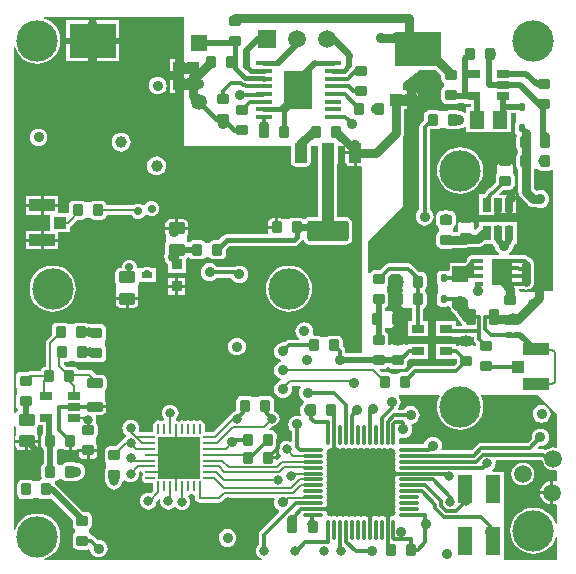
<source format=gtl>
G04 Layer_Physical_Order=1*
G04 Layer_Color=255*
%FSLAX44Y44*%
%MOMM*%
G71*
G01*
G75*
G04:AMPARAMS|DCode=10|XSize=1mm|YSize=0.9mm|CornerRadius=0.1125mm|HoleSize=0mm|Usage=FLASHONLY|Rotation=270.000|XOffset=0mm|YOffset=0mm|HoleType=Round|Shape=RoundedRectangle|*
%AMROUNDEDRECTD10*
21,1,1.0000,0.6750,0,0,270.0*
21,1,0.7750,0.9000,0,0,270.0*
1,1,0.2250,-0.3375,-0.3875*
1,1,0.2250,-0.3375,0.3875*
1,1,0.2250,0.3375,0.3875*
1,1,0.2250,0.3375,-0.3875*
%
%ADD10ROUNDEDRECTD10*%
%ADD11R,0.9500X0.9000*%
%ADD12R,0.9500X0.9000*%
%ADD13R,0.9500X0.6000*%
G04:AMPARAMS|DCode=14|XSize=1.4mm|YSize=1mm|CornerRadius=0.125mm|HoleSize=0mm|Usage=FLASHONLY|Rotation=0.000|XOffset=0mm|YOffset=0mm|HoleType=Round|Shape=RoundedRectangle|*
%AMROUNDEDRECTD14*
21,1,1.4000,0.7500,0,0,0.0*
21,1,1.1500,1.0000,0,0,0.0*
1,1,0.2500,0.5750,-0.3750*
1,1,0.2500,-0.5750,-0.3750*
1,1,0.2500,-0.5750,0.3750*
1,1,0.2500,0.5750,0.3750*
%
%ADD14ROUNDEDRECTD14*%
G04:AMPARAMS|DCode=15|XSize=0.65mm|YSize=0.5mm|CornerRadius=0.05mm|HoleSize=0mm|Usage=FLASHONLY|Rotation=270.000|XOffset=0mm|YOffset=0mm|HoleType=Round|Shape=RoundedRectangle|*
%AMROUNDEDRECTD15*
21,1,0.6500,0.4000,0,0,270.0*
21,1,0.5500,0.5000,0,0,270.0*
1,1,0.1000,-0.2000,-0.2750*
1,1,0.1000,-0.2000,0.2750*
1,1,0.1000,0.2000,0.2750*
1,1,0.1000,0.2000,-0.2750*
%
%ADD15ROUNDEDRECTD15*%
%ADD16R,1.3000X2.4000*%
%ADD17R,1.0000X1.0000*%
%ADD18R,0.7000X1.3000*%
G04:AMPARAMS|DCode=19|XSize=1mm|YSize=0.9mm|CornerRadius=0.1125mm|HoleSize=0mm|Usage=FLASHONLY|Rotation=0.000|XOffset=0mm|YOffset=0mm|HoleType=Round|Shape=RoundedRectangle|*
%AMROUNDEDRECTD19*
21,1,1.0000,0.6750,0,0,0.0*
21,1,0.7750,0.9000,0,0,0.0*
1,1,0.2250,0.3875,-0.3375*
1,1,0.2250,-0.3875,-0.3375*
1,1,0.2250,-0.3875,0.3375*
1,1,0.2250,0.3875,0.3375*
%
%ADD19ROUNDEDRECTD19*%
G04:AMPARAMS|DCode=20|XSize=1.3mm|YSize=0.8mm|CornerRadius=0.1mm|HoleSize=0mm|Usage=FLASHONLY|Rotation=270.000|XOffset=0mm|YOffset=0mm|HoleType=Round|Shape=RoundedRectangle|*
%AMROUNDEDRECTD20*
21,1,1.3000,0.6000,0,0,270.0*
21,1,1.1000,0.8000,0,0,270.0*
1,1,0.2000,-0.3000,-0.5500*
1,1,0.2000,-0.3000,0.5500*
1,1,0.2000,0.3000,0.5500*
1,1,0.2000,0.3000,-0.5500*
%
%ADD20ROUNDEDRECTD20*%
G04:AMPARAMS|DCode=21|XSize=1.3mm|YSize=0.8mm|CornerRadius=0.1mm|HoleSize=0mm|Usage=FLASHONLY|Rotation=180.000|XOffset=0mm|YOffset=0mm|HoleType=Round|Shape=RoundedRectangle|*
%AMROUNDEDRECTD21*
21,1,1.3000,0.6000,0,0,180.0*
21,1,1.1000,0.8000,0,0,180.0*
1,1,0.2000,-0.5500,0.3000*
1,1,0.2000,0.5500,0.3000*
1,1,0.2000,0.5500,-0.3000*
1,1,0.2000,-0.5500,-0.3000*
%
%ADD21ROUNDEDRECTD21*%
%ADD22R,1.7100X2.2900*%
%ADD23R,0.6500X0.3400*%
%ADD24R,0.8000X0.3400*%
%ADD25R,4.0000X3.0000*%
%ADD26R,1.3000X1.5000*%
%ADD27R,2.2000X1.0500*%
%ADD28R,1.0500X1.0000*%
%ADD29R,1.1000X0.6500*%
G04:AMPARAMS|DCode=30|XSize=1.1mm|YSize=1.75mm|CornerRadius=0.1375mm|HoleSize=0mm|Usage=FLASHONLY|Rotation=180.000|XOffset=0mm|YOffset=0mm|HoleType=Round|Shape=RoundedRectangle|*
%AMROUNDEDRECTD30*
21,1,1.1000,1.4750,0,0,180.0*
21,1,0.8250,1.7500,0,0,180.0*
1,1,0.2750,-0.4125,0.7375*
1,1,0.2750,0.4125,0.7375*
1,1,0.2750,0.4125,-0.7375*
1,1,0.2750,-0.4125,-0.7375*
%
%ADD30ROUNDEDRECTD30*%
G04:AMPARAMS|DCode=31|XSize=1.1mm|YSize=1.75mm|CornerRadius=0.1375mm|HoleSize=0mm|Usage=FLASHONLY|Rotation=180.000|XOffset=0mm|YOffset=0mm|HoleType=Round|Shape=RoundedRectangle|*
%AMROUNDEDRECTD31*
21,1,1.1000,1.4750,0,0,180.0*
21,1,0.8250,1.7500,0,0,180.0*
1,1,0.2750,-0.4125,0.7375*
1,1,0.2750,0.4125,0.7375*
1,1,0.2750,0.4125,-0.7375*
1,1,0.2750,-0.4125,-0.7375*
%
%ADD31ROUNDEDRECTD31*%
G04:AMPARAMS|DCode=32|XSize=3.5mm|YSize=1.75mm|CornerRadius=0.2188mm|HoleSize=0mm|Usage=FLASHONLY|Rotation=180.000|XOffset=0mm|YOffset=0mm|HoleType=Round|Shape=RoundedRectangle|*
%AMROUNDEDRECTD32*
21,1,3.5000,1.3125,0,0,180.0*
21,1,3.0625,1.7500,0,0,180.0*
1,1,0.4375,-1.5313,0.6563*
1,1,0.4375,1.5313,0.6563*
1,1,0.4375,1.5313,-0.6563*
1,1,0.4375,-1.5313,-0.6563*
%
%ADD32ROUNDEDRECTD32*%
%ADD33O,1.8000X0.3000*%
%ADD34O,0.3000X1.8000*%
%ADD35O,0.2500X0.8500*%
%ADD36O,0.8500X0.2500*%
%ADD37R,3.6000X3.6000*%
%ADD38R,0.5000X0.5000*%
%ADD39R,2.4100X3.2900*%
%ADD40R,1.4750X0.4500*%
%ADD41C,0.6000*%
%ADD42C,0.5000*%
%ADD43C,0.4000*%
%ADD44C,0.3000*%
%ADD45C,0.2000*%
%ADD46C,0.7500*%
%ADD47C,1.0000*%
%ADD48C,0.8000*%
%ADD49C,0.9000*%
%ADD50C,0.4500*%
%ADD51C,3.5000*%
%ADD52C,1.4000*%
%ADD53R,1.4000X1.4000*%
%ADD54C,0.8000*%
%ADD55C,1.5000*%
%ADD56R,1.5000X1.5000*%
%ADD57R,1.3500X1.3500*%
%ADD58C,1.3500*%
%ADD59C,0.9000*%
%ADD60C,0.7000*%
%ADD61C,1.0000*%
G36*
X154000Y-45435D02*
X150000D01*
X149812Y-45460D01*
X142460D01*
Y-52812D01*
X142435Y-53000D01*
X142460Y-53188D01*
Y-60540D01*
Y-66812D01*
X142435Y-67000D01*
X142460Y-67188D01*
Y-74540D01*
X149812D01*
X150000Y-74565D01*
X154000D01*
Y-119000D01*
X244414D01*
Y-132375D01*
X244754Y-134082D01*
X245721Y-135529D01*
X247168Y-136496D01*
X248875Y-136836D01*
X257125D01*
X258832Y-136496D01*
X260279Y-135529D01*
X261246Y-134082D01*
X261586Y-132375D01*
Y-119000D01*
X267414D01*
Y-132375D01*
X267754Y-134082D01*
X267931Y-134347D01*
Y-179148D01*
X260688D01*
X258663Y-179551D01*
X256947Y-180697D01*
X255343Y-180813D01*
X254485Y-180239D01*
X252875Y-179919D01*
X246125D01*
X244515Y-180239D01*
X243377Y-181000D01*
X237795D01*
X237305Y-180673D01*
X235875Y-180388D01*
X233770D01*
Y-188000D01*
X232500D01*
Y-189270D01*
X225388D01*
Y-191875D01*
X225539Y-192632D01*
X224660Y-193902D01*
X190500D01*
X188549Y-194290D01*
X186895Y-195395D01*
X183371Y-198919D01*
X179125D01*
X177516Y-199239D01*
X176151Y-200151D01*
X175584Y-201000D01*
X172416D01*
X171849Y-200151D01*
X170485Y-199239D01*
X168875Y-198919D01*
X162125D01*
X160515Y-199239D01*
X159151Y-200151D01*
X159131Y-200180D01*
X157612Y-200290D01*
X157000Y-199651D01*
Y-194708D01*
X157320Y-194229D01*
X157614Y-192750D01*
Y-190270D01*
X138386D01*
Y-192750D01*
X138680Y-194229D01*
X139000Y-194708D01*
Y-200464D01*
X138247Y-201592D01*
X137917Y-203250D01*
Y-210502D01*
X137693Y-211042D01*
X137435Y-213000D01*
X137693Y-214958D01*
X138449Y-216782D01*
X139651Y-218349D01*
X140250Y-218809D01*
Y-226500D01*
X155750D01*
Y-214525D01*
X156814Y-213814D01*
X157239Y-213178D01*
X158703D01*
X159151Y-213849D01*
X160515Y-214761D01*
X162125Y-215081D01*
X168875D01*
X170485Y-214761D01*
X171849Y-213849D01*
X172416Y-213000D01*
X175584D01*
X176151Y-213849D01*
X177516Y-214761D01*
X179125Y-215081D01*
X185875D01*
X187484Y-214761D01*
X188849Y-213849D01*
X189761Y-212484D01*
X190081Y-210875D01*
Y-206629D01*
X192612Y-204098D01*
X247000D01*
X248951Y-203710D01*
X250605Y-202605D01*
X253605Y-199605D01*
X254302Y-198561D01*
X255650Y-198829D01*
X255801Y-199587D01*
X256947Y-201303D01*
X258663Y-202449D01*
X260688Y-202852D01*
X291312D01*
X293337Y-202449D01*
X295052Y-201303D01*
X296199Y-199587D01*
X296602Y-197563D01*
Y-184438D01*
X296199Y-182414D01*
X295052Y-180697D01*
X293337Y-179551D01*
X291312Y-179148D01*
X284069D01*
Y-134347D01*
X284246Y-134082D01*
X284586Y-132375D01*
Y-119000D01*
X290883D01*
Y-123730D01*
X299000D01*
Y-125000D01*
X300270D01*
Y-136367D01*
X303125D01*
X303730Y-136246D01*
X305000Y-137242D01*
Y-294892D01*
X291534D01*
X291349Y-294651D01*
X290588Y-294067D01*
Y-293000D01*
X290239Y-291244D01*
X289244Y-289756D01*
X288581Y-289092D01*
Y-284125D01*
X288261Y-282516D01*
X287349Y-281151D01*
X285984Y-280239D01*
X284375Y-279919D01*
X277625D01*
X276015Y-280239D01*
X274877Y-281000D01*
X270123D01*
X268985Y-280239D01*
X267375Y-279919D01*
X263868D01*
X263020Y-278649D01*
X263306Y-277957D01*
X263564Y-275999D01*
X263306Y-274042D01*
X262551Y-272217D01*
X261349Y-270650D01*
X259782Y-269448D01*
X257957Y-268692D01*
X256000Y-268435D01*
X254042Y-268692D01*
X252217Y-269448D01*
X250650Y-270650D01*
X249448Y-272217D01*
X248692Y-274042D01*
X248435Y-275999D01*
X248692Y-277957D01*
X249448Y-279782D01*
X250650Y-281348D01*
X251684Y-282142D01*
X251253Y-283412D01*
X243000D01*
X241244Y-283761D01*
X239756Y-284756D01*
X238951Y-285560D01*
X238000Y-285435D01*
X236042Y-285693D01*
X234218Y-286449D01*
X232651Y-287651D01*
X231449Y-289218D01*
X230693Y-291042D01*
X230435Y-293000D01*
X230693Y-294958D01*
X231449Y-296782D01*
X232651Y-298349D01*
X234218Y-299551D01*
X236042Y-300307D01*
X236441Y-300359D01*
Y-301640D01*
X236042Y-301693D01*
X234218Y-302449D01*
X232651Y-303651D01*
X231449Y-305218D01*
X230693Y-307042D01*
X230435Y-309000D01*
X230693Y-310958D01*
X231449Y-312782D01*
X232651Y-314349D01*
X234218Y-315551D01*
X236042Y-316307D01*
X236441Y-316360D01*
Y-317640D01*
X236042Y-317693D01*
X234218Y-318449D01*
X232651Y-319651D01*
X231449Y-321218D01*
X230693Y-323042D01*
X230435Y-325000D01*
X230693Y-326958D01*
X231449Y-328782D01*
X232651Y-330349D01*
X234218Y-331551D01*
X236042Y-332307D01*
X238000Y-332565D01*
X239958Y-332307D01*
X241782Y-331551D01*
X243349Y-330349D01*
X244551Y-328782D01*
X245307Y-326958D01*
X245565Y-325000D01*
X245328Y-323199D01*
X245760Y-322576D01*
X246243Y-322078D01*
X252489D01*
X253116Y-323348D01*
X252449Y-324218D01*
X251693Y-326042D01*
X251435Y-328000D01*
X251693Y-329958D01*
X252449Y-331782D01*
X253651Y-333349D01*
X255218Y-334551D01*
X255718Y-334759D01*
X255843Y-336023D01*
X255651Y-336151D01*
X254739Y-337515D01*
X254723Y-337595D01*
X254651Y-337651D01*
X253449Y-339218D01*
X252693Y-341042D01*
X252435Y-343000D01*
X252693Y-344958D01*
X253449Y-346782D01*
X253622Y-347007D01*
X252821Y-348051D01*
X251958Y-347693D01*
X250000Y-347435D01*
X248042Y-347693D01*
X246218Y-348449D01*
X244651Y-349651D01*
X243449Y-351218D01*
X242693Y-353042D01*
X242435Y-355000D01*
X242693Y-356958D01*
X243449Y-358782D01*
X244651Y-360349D01*
X245412Y-360933D01*
Y-369108D01*
X244142Y-369725D01*
X242827Y-369180D01*
X241000Y-368940D01*
X239173Y-369180D01*
X237470Y-369885D01*
X236008Y-371008D01*
X234886Y-372470D01*
X234180Y-374173D01*
X233940Y-376000D01*
X234180Y-377827D01*
X234886Y-379530D01*
X236008Y-380993D01*
X236454Y-381335D01*
X236137Y-382693D01*
X235939Y-382732D01*
X234616Y-383616D01*
X234616Y-383616D01*
X233285Y-384947D01*
X232112Y-384461D01*
Y-384270D01*
X225000D01*
Y-381730D01*
X232112D01*
Y-379125D01*
X231828Y-377695D01*
X231071Y-376562D01*
X231020Y-376445D01*
X231104Y-375013D01*
X231349Y-374849D01*
X232261Y-373484D01*
X232581Y-371875D01*
Y-364125D01*
X232261Y-362515D01*
X231349Y-361151D01*
X229984Y-360239D01*
X228375Y-359919D01*
X226645D01*
X226119Y-358649D01*
X228708Y-356059D01*
X229000Y-356118D01*
X231341Y-355652D01*
X233326Y-354326D01*
X234652Y-352341D01*
X235117Y-350000D01*
X234652Y-347659D01*
X233326Y-345674D01*
X231341Y-344348D01*
X230328Y-344147D01*
X230581Y-342875D01*
Y-335125D01*
X230261Y-333516D01*
X229349Y-332151D01*
X227985Y-331239D01*
X226375Y-330919D01*
X219625D01*
X218015Y-331239D01*
X216877Y-332000D01*
X212123D01*
X210984Y-331239D01*
X209375Y-330919D01*
X202625D01*
X201015Y-331239D01*
X199651Y-332151D01*
X198739Y-333516D01*
X198419Y-335125D01*
Y-342875D01*
X197415Y-344198D01*
X196659Y-344348D01*
X194674Y-345674D01*
X194190Y-346398D01*
X193116Y-347116D01*
X178811Y-361422D01*
X178531D01*
X177250Y-361167D01*
X171833D01*
Y-355750D01*
X171503Y-354092D01*
X170564Y-352686D01*
X169158Y-351747D01*
X167500Y-351417D01*
X165842Y-351747D01*
X165000Y-352309D01*
X164158Y-351747D01*
X162500Y-351417D01*
X160842Y-351747D01*
X160000Y-352309D01*
X159158Y-351747D01*
X157500Y-351417D01*
X155842Y-351747D01*
X155000Y-352309D01*
X154158Y-351747D01*
X152500Y-351417D01*
X150842Y-351747D01*
X149586Y-352586D01*
X148979Y-352180D01*
X147709Y-351927D01*
X147399Y-351287D01*
X147290Y-350648D01*
X147493Y-350493D01*
X148615Y-349030D01*
X149320Y-347327D01*
X149560Y-345500D01*
X149320Y-343673D01*
X148615Y-341970D01*
X147493Y-340508D01*
X146030Y-339386D01*
X144327Y-338680D01*
X142500Y-338440D01*
X140673Y-338680D01*
X138970Y-339386D01*
X137508Y-340508D01*
X136386Y-341970D01*
X135680Y-343673D01*
X135440Y-345500D01*
X135680Y-347327D01*
X136386Y-349030D01*
X137263Y-350173D01*
X137018Y-351233D01*
X136806Y-351555D01*
X135842Y-351747D01*
X135000Y-352309D01*
X134158Y-351747D01*
X132500Y-351417D01*
X130842Y-351747D01*
X129436Y-352686D01*
X128497Y-354092D01*
X128167Y-355750D01*
Y-361167D01*
X122750D01*
X121469Y-361422D01*
X116534D01*
X115686Y-360152D01*
X115820Y-359827D01*
X116060Y-358000D01*
X115820Y-356173D01*
X115114Y-354470D01*
X113993Y-353008D01*
X112530Y-351886D01*
X110827Y-351180D01*
X109000Y-350940D01*
X107173Y-351180D01*
X105470Y-351886D01*
X104008Y-353008D01*
X102886Y-354470D01*
X102180Y-356173D01*
X101940Y-358000D01*
X102180Y-359827D01*
X102886Y-361530D01*
X104008Y-362993D01*
X104967Y-363729D01*
X105041Y-363899D01*
Y-365101D01*
X104967Y-365271D01*
X104008Y-366007D01*
X102886Y-367470D01*
X102810Y-367653D01*
X102116Y-368116D01*
X102116Y-368116D01*
X96813Y-373419D01*
X91125D01*
X89515Y-373739D01*
X88151Y-374651D01*
X87239Y-376016D01*
X86919Y-377625D01*
Y-384375D01*
X87239Y-385984D01*
X88000Y-387123D01*
Y-391877D01*
X87239Y-393016D01*
X86919Y-394625D01*
Y-401375D01*
X87239Y-402985D01*
X88109Y-404286D01*
X88180Y-404827D01*
X88885Y-406530D01*
X90007Y-407993D01*
X91470Y-409114D01*
X93173Y-409820D01*
X95000Y-410060D01*
X96827Y-409820D01*
X98530Y-409114D01*
X99992Y-407993D01*
X101115Y-406530D01*
X101820Y-404827D01*
X101891Y-404286D01*
X102761Y-402985D01*
X102844Y-402563D01*
X103381Y-402300D01*
X104220Y-402156D01*
X105470Y-403115D01*
X107173Y-403820D01*
X109000Y-404060D01*
X110827Y-403820D01*
X112530Y-403115D01*
X113993Y-401992D01*
X115114Y-400530D01*
X115820Y-398827D01*
X116060Y-397000D01*
X115910Y-395857D01*
X116970Y-394797D01*
X118348Y-394845D01*
X118886Y-395500D01*
X119180Y-396979D01*
X119586Y-397586D01*
X118747Y-398842D01*
X118417Y-400500D01*
X118747Y-402158D01*
X119686Y-403564D01*
X121092Y-404503D01*
X122750Y-404833D01*
X128167D01*
Y-410250D01*
X128302Y-410930D01*
X125986Y-413246D01*
X125827Y-413180D01*
X124000Y-412940D01*
X122173Y-413180D01*
X120470Y-413885D01*
X119008Y-415008D01*
X117886Y-416470D01*
X117180Y-418173D01*
X116940Y-420000D01*
X117180Y-421827D01*
X117886Y-423530D01*
X119008Y-424992D01*
X120470Y-426115D01*
X122173Y-426820D01*
X124000Y-427060D01*
X125827Y-426820D01*
X127530Y-426115D01*
X128993Y-424992D01*
X130114Y-423530D01*
X130820Y-421827D01*
X131060Y-420000D01*
X131026Y-419741D01*
X133007Y-417761D01*
X133558Y-417954D01*
X134148Y-418415D01*
X133940Y-420000D01*
X134180Y-421827D01*
X134886Y-423530D01*
X136008Y-424992D01*
X137470Y-426115D01*
X139173Y-426820D01*
X141000Y-427060D01*
X142827Y-426820D01*
X144530Y-426115D01*
X145697Y-425219D01*
X147251Y-425159D01*
X147508Y-425492D01*
X148970Y-426614D01*
X150673Y-427320D01*
X152500Y-427560D01*
X154327Y-427320D01*
X156030Y-426614D01*
X157493Y-425492D01*
X158615Y-424030D01*
X159320Y-422327D01*
X159560Y-420500D01*
X159320Y-418673D01*
X158615Y-416970D01*
X157738Y-415827D01*
X157982Y-414767D01*
X158194Y-414445D01*
X159158Y-414253D01*
X160000Y-413691D01*
X160842Y-414253D01*
X162500Y-414583D01*
X163422Y-415340D01*
Y-417218D01*
X163732Y-418778D01*
X164616Y-420102D01*
X165939Y-420985D01*
X167500Y-421296D01*
X183782D01*
X183782Y-421296D01*
X185343Y-420985D01*
X186666Y-420102D01*
X189689Y-417078D01*
X230132D01*
X230980Y-418348D01*
X230693Y-419042D01*
X230435Y-421000D01*
X230693Y-422958D01*
X231449Y-424782D01*
X232651Y-426349D01*
X234218Y-427551D01*
X234879Y-427825D01*
X235127Y-429071D01*
X218756Y-445442D01*
X217761Y-446930D01*
X217412Y-448686D01*
Y-456697D01*
X217008Y-457007D01*
X215886Y-458470D01*
X215180Y-460173D01*
X214940Y-462000D01*
X215180Y-463827D01*
X215886Y-465530D01*
X217008Y-466992D01*
X218470Y-468115D01*
X220173Y-468820D01*
X219870Y-470000D01*
X35619D01*
X35431Y-468730D01*
X37498Y-468103D01*
X40886Y-466292D01*
X43855Y-463855D01*
X46292Y-460886D01*
X48103Y-457498D01*
X49218Y-453823D01*
X49594Y-450000D01*
X49218Y-446177D01*
X48103Y-442502D01*
X46292Y-439114D01*
X43855Y-436145D01*
X40886Y-433708D01*
X37498Y-431897D01*
X33823Y-430782D01*
X30000Y-430406D01*
X26177Y-430782D01*
X22502Y-431897D01*
X19114Y-433708D01*
X16145Y-436145D01*
X13708Y-439114D01*
X11897Y-442502D01*
X11270Y-444569D01*
X10000Y-444381D01*
Y-356651D01*
X11247Y-356408D01*
X12000Y-357536D01*
Y-363292D01*
X11680Y-363771D01*
X11386Y-365250D01*
Y-367730D01*
X30614D01*
Y-365250D01*
X30320Y-363771D01*
X30000Y-363292D01*
Y-357536D01*
X30753Y-356408D01*
X30884Y-355750D01*
X34392D01*
Y-362538D01*
X33739Y-363516D01*
X33419Y-365125D01*
Y-372875D01*
X33739Y-374484D01*
X34651Y-375849D01*
X35392Y-376344D01*
Y-387656D01*
X34651Y-388151D01*
X33739Y-389515D01*
X33419Y-391125D01*
Y-398875D01*
X33739Y-400485D01*
X33867Y-400676D01*
X33282Y-402087D01*
X32515Y-402239D01*
X31377Y-403000D01*
X26623D01*
X25484Y-402239D01*
X23875Y-401919D01*
X17125D01*
X15516Y-402239D01*
X14151Y-403151D01*
X13239Y-404515D01*
X12919Y-406125D01*
Y-407496D01*
X12693Y-408042D01*
X12435Y-410000D01*
X12693Y-411958D01*
X12919Y-412504D01*
Y-413875D01*
X13239Y-415485D01*
X14151Y-416849D01*
X15516Y-417761D01*
X17125Y-418081D01*
X23875D01*
X25484Y-417761D01*
X26623Y-417000D01*
X31377D01*
X32515Y-417761D01*
X34125Y-418081D01*
X40875D01*
X41939Y-417869D01*
X59919Y-435850D01*
Y-439875D01*
X60239Y-441484D01*
X61151Y-442849D01*
X62000Y-443416D01*
Y-446584D01*
X61151Y-447151D01*
X60239Y-448516D01*
X59919Y-450125D01*
Y-456875D01*
X60239Y-458484D01*
X61151Y-459849D01*
X62516Y-460761D01*
X64125Y-461081D01*
X71875D01*
X73260Y-460805D01*
X74193Y-461082D01*
X74602Y-461267D01*
X74693Y-461958D01*
X75449Y-463782D01*
X76651Y-465349D01*
X78218Y-466551D01*
X80042Y-467307D01*
X82000Y-467565D01*
X83958Y-467307D01*
X85782Y-466551D01*
X87349Y-465349D01*
X88551Y-463782D01*
X89307Y-461958D01*
X89565Y-460000D01*
X89307Y-458042D01*
X88551Y-456218D01*
X87349Y-454651D01*
X85782Y-453449D01*
X83958Y-452693D01*
X82000Y-452435D01*
X81049Y-452561D01*
X78744Y-450256D01*
X77256Y-449261D01*
X75854Y-448982D01*
X75761Y-448516D01*
X74849Y-447151D01*
X74000Y-446584D01*
Y-443416D01*
X74849Y-442849D01*
X75761Y-441484D01*
X76081Y-439875D01*
Y-433125D01*
X75761Y-431516D01*
X74849Y-430151D01*
X73485Y-429239D01*
X71875Y-428919D01*
X68850D01*
X45965Y-406035D01*
X44925Y-405339D01*
X44761Y-404515D01*
X44633Y-404324D01*
X45217Y-402913D01*
X45985Y-402761D01*
X47349Y-401849D01*
X47916Y-401000D01*
X51084D01*
X51651Y-401849D01*
X53015Y-402761D01*
X54625Y-403081D01*
X61375D01*
X62984Y-402761D01*
X63346Y-402519D01*
X64958Y-402307D01*
X66782Y-401551D01*
X68349Y-400349D01*
X69551Y-398782D01*
X70307Y-396958D01*
X70565Y-395000D01*
X70307Y-393042D01*
X69551Y-391218D01*
X68349Y-389651D01*
X66782Y-388449D01*
X64958Y-387693D01*
X63346Y-387481D01*
X62984Y-387239D01*
X61375Y-386919D01*
X54625D01*
X53015Y-387239D01*
X51651Y-388151D01*
X51084Y-389000D01*
X47916D01*
X47349Y-388151D01*
X46608Y-387656D01*
Y-376344D01*
X47123Y-376000D01*
X52705D01*
X53195Y-376327D01*
X54625Y-376612D01*
X56730D01*
Y-369000D01*
X59270D01*
Y-376612D01*
X61375D01*
X62805Y-376327D01*
X64017Y-375517D01*
X64118Y-375366D01*
X65317Y-375730D01*
X73000D01*
Y-377000D01*
D01*
Y-375730D01*
X80612D01*
Y-373625D01*
X80327Y-372195D01*
X80000Y-371705D01*
Y-366123D01*
X80761Y-364985D01*
X81081Y-363375D01*
Y-356625D01*
X80761Y-355015D01*
X79849Y-353651D01*
X79559Y-353457D01*
X79820Y-352827D01*
X80060Y-350999D01*
X79820Y-349172D01*
X79284Y-347879D01*
X79914Y-346609D01*
X84500D01*
X85881Y-346335D01*
X87052Y-345552D01*
X87835Y-344381D01*
X88109Y-343000D01*
Y-341270D01*
X79000D01*
Y-338730D01*
X88109D01*
Y-337000D01*
X87835Y-335619D01*
X87500Y-335118D01*
Y-325710D01*
X88268Y-324561D01*
X88578Y-323000D01*
Y-317000D01*
X88268Y-315439D01*
X87384Y-314116D01*
X86061Y-313232D01*
X84500Y-312922D01*
X79689D01*
X76884Y-310116D01*
X75561Y-309232D01*
X74000Y-308922D01*
X74000Y-308922D01*
X64342D01*
X64261Y-308515D01*
X63349Y-307151D01*
X61985Y-306239D01*
X60375Y-305919D01*
X54687D01*
X52578Y-303811D01*
Y-302081D01*
X54375D01*
X55985Y-301761D01*
X57123Y-301000D01*
X61877D01*
X63016Y-301761D01*
X64625Y-302081D01*
X71375D01*
X72985Y-301761D01*
X73750Y-301249D01*
X74516Y-301761D01*
X76125Y-302081D01*
X83875D01*
X85485Y-301761D01*
X86849Y-300849D01*
X87761Y-299485D01*
X88081Y-297875D01*
Y-291125D01*
X87761Y-289515D01*
X87000Y-288377D01*
Y-283623D01*
X87761Y-282484D01*
X88081Y-280875D01*
Y-274125D01*
X87761Y-272516D01*
X86849Y-271151D01*
X85485Y-270239D01*
X83875Y-269919D01*
X76125D01*
X75217Y-270100D01*
X74000Y-269940D01*
X73192Y-270046D01*
X71985Y-269239D01*
X70375Y-268919D01*
X63625D01*
X62016Y-269239D01*
X60877Y-270000D01*
X56123D01*
X54984Y-269239D01*
X53375Y-268919D01*
X46625D01*
X45016Y-269239D01*
X43651Y-270151D01*
X42739Y-271516D01*
X42419Y-273125D01*
Y-278813D01*
X38116Y-283116D01*
X37232Y-284439D01*
X36922Y-286000D01*
X36922Y-286000D01*
Y-305919D01*
X36625D01*
X35015Y-306239D01*
X33651Y-307151D01*
X32739Y-308515D01*
X32460Y-309922D01*
X24000D01*
X22439Y-310232D01*
X22159Y-310419D01*
X16125D01*
X14516Y-310739D01*
X13151Y-311651D01*
X12239Y-313015D01*
X11919Y-314625D01*
Y-321375D01*
X12239Y-322985D01*
X13000Y-324123D01*
Y-328877D01*
X12239Y-330015D01*
X11919Y-331625D01*
Y-338375D01*
X12239Y-339985D01*
X13151Y-341349D01*
X13947Y-341881D01*
X13679Y-343229D01*
X13592Y-343247D01*
X12186Y-344186D01*
X11247Y-345592D01*
X10000Y-345349D01*
Y-35619D01*
X11270Y-35431D01*
X11897Y-37498D01*
X13708Y-40886D01*
X16145Y-43855D01*
X19114Y-46292D01*
X22502Y-48103D01*
X26177Y-49218D01*
X30000Y-49594D01*
X33823Y-49218D01*
X37498Y-48103D01*
X40886Y-46292D01*
X43855Y-43855D01*
X46292Y-40886D01*
X48103Y-37498D01*
X49218Y-33823D01*
X49594Y-30000D01*
X49218Y-26177D01*
X48103Y-22502D01*
X46292Y-19114D01*
X43855Y-16145D01*
X40886Y-13708D01*
X37498Y-11897D01*
X35431Y-11270D01*
X35619Y-10000D01*
X154000D01*
Y-45435D01*
D02*
G37*
G36*
X371919Y-59548D02*
Y-62375D01*
X372239Y-63984D01*
X373151Y-65349D01*
X374000Y-65916D01*
Y-69084D01*
X373151Y-69651D01*
X372239Y-71016D01*
X371919Y-72625D01*
Y-79375D01*
X372239Y-80984D01*
X373151Y-82349D01*
X374515Y-83261D01*
X376125Y-83581D01*
X383875D01*
X385485Y-83261D01*
X386462Y-82608D01*
X391500D01*
Y-83250D01*
X396892D01*
Y-86500D01*
X393000D01*
Y-90550D01*
X391730Y-91176D01*
X390782Y-90449D01*
X388958Y-89693D01*
X387346Y-89481D01*
X386984Y-89239D01*
X385375Y-88919D01*
X378625D01*
X377015Y-89239D01*
X375877Y-90000D01*
X371123D01*
X369985Y-89239D01*
X368375Y-88919D01*
X361625D01*
X360015Y-89239D01*
X358651Y-90151D01*
X357739Y-91516D01*
X357419Y-93125D01*
Y-97217D01*
X354756Y-99881D01*
X353761Y-101369D01*
X353412Y-103125D01*
Y-173067D01*
X352651Y-173651D01*
X351449Y-175218D01*
X350693Y-177042D01*
X350435Y-179000D01*
X350693Y-180958D01*
X351449Y-182782D01*
X352651Y-184349D01*
X354218Y-185551D01*
X356042Y-186307D01*
X358000Y-186565D01*
X359958Y-186307D01*
X361782Y-185551D01*
X363349Y-184349D01*
X364551Y-182782D01*
X365307Y-180958D01*
X365565Y-179000D01*
X365307Y-177042D01*
X364551Y-175218D01*
X363349Y-173651D01*
X362588Y-173067D01*
Y-105081D01*
X368375D01*
X369985Y-104761D01*
X371123Y-104000D01*
X375877D01*
X377015Y-104761D01*
X378625Y-105081D01*
X385375D01*
X386984Y-104761D01*
X387346Y-104519D01*
X388958Y-104307D01*
X390782Y-103551D01*
X391730Y-102824D01*
X393000Y-103450D01*
Y-107500D01*
X410730D01*
X412000Y-107500D01*
Y-107500D01*
X412000D01*
Y-107500D01*
X431000D01*
Y-91608D01*
X435500D01*
Y-98711D01*
X435477Y-98727D01*
X434703Y-99884D01*
X434431Y-101250D01*
Y-103803D01*
X434392Y-104000D01*
X434431Y-104197D01*
Y-106750D01*
X434703Y-108116D01*
X435477Y-109273D01*
X435494Y-109285D01*
X435739Y-110515D01*
X435419Y-112125D01*
Y-119875D01*
X435739Y-121484D01*
X436651Y-122849D01*
X437192Y-123210D01*
Y-124790D01*
X436651Y-125151D01*
X435739Y-126516D01*
X435419Y-128125D01*
Y-135875D01*
X435739Y-137485D01*
X436651Y-138849D01*
X437192Y-139210D01*
Y-158000D01*
X437192Y-158000D01*
X437424Y-159762D01*
X438104Y-161404D01*
X439186Y-162814D01*
X445186Y-168814D01*
X446596Y-169896D01*
X448238Y-170576D01*
X449119Y-170692D01*
X450000Y-170808D01*
X450000Y-170808D01*
X452838D01*
X454042Y-171307D01*
X456000Y-171565D01*
X457958Y-171307D01*
X459782Y-170551D01*
X461349Y-169349D01*
X462551Y-167782D01*
X463307Y-165958D01*
X463565Y-164000D01*
X463307Y-162042D01*
X462551Y-160218D01*
X461349Y-158651D01*
X459782Y-157449D01*
X457958Y-156693D01*
X456000Y-156435D01*
X454042Y-156693D01*
X452838Y-157192D01*
X452820D01*
X450808Y-155180D01*
Y-139000D01*
X453877D01*
X455015Y-139761D01*
X456625Y-140081D01*
X463375D01*
X464985Y-139761D01*
X465730Y-139263D01*
X467000Y-139941D01*
Y-242000D01*
X438883Y-242426D01*
X437731Y-241263D01*
X437747Y-240682D01*
X437814Y-240588D01*
X442328D01*
X444000Y-240808D01*
X445762Y-240576D01*
X447404Y-239896D01*
X448814Y-238814D01*
X449896Y-237404D01*
X450576Y-235762D01*
X450808Y-234000D01*
Y-229500D01*
Y-220000D01*
X450576Y-218238D01*
X449896Y-216596D01*
X448814Y-215186D01*
X447404Y-214104D01*
X446018Y-213530D01*
X445744Y-213256D01*
X444256Y-212261D01*
X442500Y-211912D01*
X441045D01*
Y-211550D01*
X429567D01*
X429136Y-210280D01*
X430349Y-209349D01*
X431551Y-207782D01*
X432307Y-205958D01*
X432509Y-204421D01*
X433465Y-203465D01*
X434110Y-202500D01*
X436000D01*
Y-183500D01*
X430042D01*
X429500Y-183392D01*
X428958Y-183500D01*
X420542D01*
X420000Y-183392D01*
X419458Y-183500D01*
X404000D01*
Y-187561D01*
X403186Y-188186D01*
X401270Y-190102D01*
X400000Y-189576D01*
Y-185000D01*
X398000Y-183000D01*
X388000D01*
X386000Y-185000D01*
Y-191377D01*
X385790Y-191692D01*
X382162D01*
X382000Y-191584D01*
Y-188416D01*
X382849Y-187849D01*
X383761Y-186485D01*
X384081Y-184875D01*
Y-178125D01*
X383761Y-176516D01*
X382849Y-175151D01*
X381484Y-174239D01*
X379875Y-173919D01*
X378504D01*
X377958Y-173693D01*
X376000Y-173435D01*
X374042Y-173693D01*
X373496Y-173919D01*
X372125D01*
X370516Y-174239D01*
X369151Y-175151D01*
X368239Y-176516D01*
X367919Y-178125D01*
Y-184875D01*
X368239Y-186485D01*
X369151Y-187849D01*
X370000Y-188416D01*
Y-191584D01*
X369151Y-192151D01*
X368239Y-193515D01*
X367919Y-195125D01*
Y-201875D01*
X368239Y-203484D01*
X369151Y-204849D01*
X370516Y-205761D01*
X372125Y-206081D01*
X379875D01*
X381484Y-205761D01*
X382162Y-205308D01*
X392500D01*
X394228Y-205081D01*
X396875D01*
X398245Y-204808D01*
X403000D01*
X403000Y-204808D01*
X403881Y-204692D01*
X404762Y-204576D01*
X406404Y-203896D01*
X407814Y-202814D01*
X408128Y-202500D01*
X415724D01*
X416035Y-202965D01*
X417491Y-204421D01*
X417693Y-205958D01*
X418449Y-207782D01*
X419651Y-209349D01*
X420864Y-210280D01*
X420433Y-211550D01*
X411450D01*
X411450Y-211550D01*
X411045D01*
Y-211550D01*
X410180Y-211550D01*
X397045D01*
Y-211902D01*
X396494Y-212011D01*
X395006Y-213006D01*
X394011Y-214494D01*
X393662Y-216250D01*
Y-216454D01*
X391816Y-218300D01*
X379000D01*
Y-224518D01*
X377730Y-225197D01*
X377366Y-224953D01*
X376000Y-224681D01*
X372000D01*
X370634Y-224953D01*
X369477Y-225727D01*
X368703Y-226884D01*
X368431Y-228250D01*
Y-233750D01*
X368703Y-235116D01*
X369477Y-236273D01*
X369500Y-236289D01*
Y-243711D01*
X369477Y-243727D01*
X368703Y-244884D01*
X368431Y-246250D01*
Y-251750D01*
X368703Y-253116D01*
X369477Y-254273D01*
X370634Y-255047D01*
X372000Y-255319D01*
X376000D01*
X377366Y-255047D01*
X377903Y-254688D01*
X378670Y-254897D01*
X379302Y-255220D01*
X380139Y-257239D01*
X380419Y-257605D01*
X380566Y-258137D01*
X380820Y-258570D01*
X381012Y-259035D01*
X381350Y-259475D01*
X381631Y-259954D01*
X388631Y-268954D01*
X389387Y-269700D01*
X389290Y-271187D01*
X389055Y-271412D01*
X384500D01*
Y-267750D01*
X367500D01*
Y-280250D01*
X376300D01*
X378000Y-280588D01*
X399412D01*
Y-282500D01*
X399761Y-284256D01*
X400756Y-285744D01*
X401000Y-285989D01*
Y-288348D01*
X399730Y-288730D01*
X398000Y-287000D01*
X388000D01*
X386242Y-288758D01*
X384500Y-288412D01*
Y-286750D01*
X367500D01*
Y-299250D01*
X384261D01*
X384919Y-299908D01*
Y-303092D01*
X382599Y-305412D01*
X350000D01*
X348244Y-305761D01*
X346756Y-306756D01*
X342592Y-310919D01*
X337625D01*
X336016Y-311239D01*
X334877Y-312000D01*
X330123D01*
X328984Y-311239D01*
X327375Y-310919D01*
X321687D01*
X320022Y-309254D01*
X320508Y-308081D01*
X322875D01*
X324484Y-307761D01*
X325849Y-306849D01*
X326344Y-306108D01*
X327656D01*
X328151Y-306849D01*
X329515Y-307761D01*
X331125Y-308081D01*
X338875D01*
X340485Y-307761D01*
X341849Y-306849D01*
X342761Y-305484D01*
X343081Y-303875D01*
Y-301408D01*
X345239Y-299250D01*
X360500D01*
Y-286750D01*
X343500D01*
Y-287607D01*
X343185Y-287796D01*
X342000Y-288000D01*
X340000Y-286000D01*
X330000D01*
X328190Y-287810D01*
X326974Y-287409D01*
X327081Y-286875D01*
Y-280125D01*
X326761Y-278515D01*
X325849Y-277151D01*
X324608Y-276322D01*
Y-273000D01*
X330000D01*
X332000Y-271000D01*
Y-261000D01*
X330000Y-259000D01*
X324608D01*
Y-256178D01*
X325849Y-255349D01*
X326761Y-253985D01*
X327081Y-252375D01*
Y-245625D01*
X326761Y-244016D01*
X326000Y-242877D01*
Y-238123D01*
X326761Y-236985D01*
X327081Y-235375D01*
Y-230408D01*
X329901Y-227588D01*
X337253D01*
X337738Y-228762D01*
X337500Y-229000D01*
Y-239000D01*
X339309Y-240809D01*
X339420Y-241500D01*
X339309Y-242191D01*
X337500Y-244000D01*
Y-254000D01*
X339500Y-256000D01*
X345877D01*
X347015Y-256761D01*
X347412Y-256840D01*
Y-267750D01*
X343500D01*
Y-280250D01*
X360500D01*
Y-267750D01*
X356588D01*
Y-256840D01*
X356984Y-256761D01*
X358349Y-255849D01*
X359261Y-254485D01*
X359581Y-252875D01*
Y-245125D01*
X359261Y-243515D01*
X358453Y-242307D01*
X358325Y-241799D01*
Y-241201D01*
X358453Y-240693D01*
X359261Y-239485D01*
X359581Y-237875D01*
Y-230125D01*
X359261Y-228515D01*
X358349Y-227151D01*
X356984Y-226239D01*
X355375Y-225919D01*
X353408D01*
X347244Y-219756D01*
X345756Y-218761D01*
X344000Y-218412D01*
X328000D01*
X326244Y-218761D01*
X324756Y-219756D01*
X320092Y-224419D01*
X315125D01*
X313515Y-224739D01*
X312151Y-225651D01*
X311239Y-227015D01*
X311236Y-227030D01*
X309966Y-226905D01*
Y-200000D01*
X340000Y-169966D01*
X340000Y-111153D01*
X340576Y-109762D01*
X340808Y-108000D01*
X340808Y-108000D01*
Y-88000D01*
X342000D01*
Y-87565D01*
X346000D01*
X347958Y-87307D01*
X349782Y-86551D01*
X351349Y-85349D01*
X352551Y-83782D01*
X353307Y-81958D01*
X353565Y-80000D01*
X353307Y-78042D01*
X352551Y-76218D01*
X351349Y-74651D01*
X349782Y-73449D01*
X347958Y-72693D01*
X346000Y-72435D01*
X342000D01*
Y-72000D01*
X340000D01*
Y-66000D01*
X354361Y-55000D01*
X367372D01*
X371919Y-59548D01*
D02*
G37*
G36*
X398250Y-228250D02*
X399250Y-229250D01*
X401000Y-231000D01*
X392000Y-231000D01*
Y-221000D01*
X396750Y-216250D01*
X398250D01*
Y-228250D01*
D02*
G37*
G36*
X465000Y-341000D02*
X470000Y-346000D01*
Y-373690D01*
X468730Y-374646D01*
X467000Y-374418D01*
X464520Y-374744D01*
X462209Y-375702D01*
X460910Y-376698D01*
X460256Y-376261D01*
X458500Y-375912D01*
X454236D01*
X453750Y-374739D01*
X455049Y-373439D01*
X456000Y-373565D01*
X457958Y-373307D01*
X459782Y-372551D01*
X461349Y-371349D01*
X462551Y-369782D01*
X463307Y-367958D01*
X463565Y-366000D01*
X463307Y-364042D01*
X462551Y-362218D01*
X461349Y-360651D01*
X459782Y-359449D01*
X457958Y-358693D01*
X456000Y-358435D01*
X454042Y-358693D01*
X452218Y-359449D01*
X450651Y-360651D01*
X449449Y-362218D01*
X448693Y-364042D01*
X448435Y-366000D01*
X448560Y-366951D01*
X445099Y-370412D01*
X406000D01*
X404244Y-370761D01*
X402756Y-371756D01*
X397599Y-376912D01*
X372872D01*
X372024Y-375642D01*
X372307Y-374958D01*
X372565Y-373000D01*
X372307Y-371042D01*
X371551Y-369218D01*
X370349Y-367651D01*
X368782Y-366449D01*
X366958Y-365693D01*
X365000Y-365435D01*
X363042Y-365693D01*
X361218Y-366449D01*
X359651Y-367651D01*
X358449Y-369218D01*
X357693Y-371042D01*
X357579Y-371912D01*
X337202D01*
X336556Y-371444D01*
X336088Y-370798D01*
Y-366872D01*
X337358Y-366023D01*
X338041Y-366306D01*
X339999Y-366564D01*
X341957Y-366306D01*
X343782Y-365550D01*
X345348Y-364348D01*
X346550Y-362782D01*
X347306Y-360957D01*
X347564Y-358999D01*
X347306Y-357041D01*
X346769Y-355744D01*
X347376Y-354384D01*
X347958Y-354307D01*
X349782Y-353551D01*
X351349Y-352349D01*
X352551Y-350782D01*
X353307Y-348958D01*
X353565Y-347000D01*
X353307Y-345042D01*
X352551Y-343218D01*
X351349Y-341651D01*
X349782Y-340449D01*
X347958Y-339693D01*
X346000Y-339435D01*
X344042Y-339693D01*
X342218Y-340449D01*
X340651Y-341651D01*
X340067Y-342412D01*
X336050D01*
X335717Y-341907D01*
X335508Y-341142D01*
X336551Y-339782D01*
X337307Y-337958D01*
X337565Y-336000D01*
X337307Y-334042D01*
X336551Y-332218D01*
X335824Y-331270D01*
X336450Y-330000D01*
X369999D01*
X370652Y-331089D01*
X369897Y-332502D01*
X368782Y-336177D01*
X368406Y-340000D01*
X368782Y-343823D01*
X369897Y-347498D01*
X371708Y-350886D01*
X374145Y-353855D01*
X377114Y-356292D01*
X380502Y-358103D01*
X384177Y-359218D01*
X388000Y-359594D01*
X391823Y-359218D01*
X395499Y-358103D01*
X398886Y-356292D01*
X401855Y-353855D01*
X404292Y-350886D01*
X406103Y-347498D01*
X407218Y-343823D01*
X407594Y-340000D01*
X407218Y-336177D01*
X406103Y-332502D01*
X405348Y-331089D01*
X406001Y-330000D01*
X454000D01*
X465000Y-341000D01*
D02*
G37*
G36*
X281911Y-371000D02*
X282261Y-372756D01*
X282770Y-373518D01*
Y-374866D01*
X283076Y-374806D01*
X283586Y-374465D01*
X284744Y-375239D01*
X286500Y-375588D01*
X288256Y-375239D01*
X289000Y-374742D01*
X289744Y-375239D01*
X291500Y-375588D01*
X293256Y-375239D01*
X294000Y-374742D01*
X294744Y-375239D01*
X296500Y-375588D01*
X298256Y-375239D01*
X299000Y-374742D01*
X299744Y-375239D01*
X301500Y-375588D01*
X303256Y-375239D01*
X304000Y-374742D01*
X304744Y-375239D01*
X306500Y-375588D01*
X308256Y-375239D01*
X309000Y-374742D01*
X309744Y-375239D01*
X311500Y-375588D01*
X313256Y-375239D01*
X314000Y-374742D01*
X314744Y-375239D01*
X316500Y-375588D01*
X318256Y-375239D01*
X319000Y-374742D01*
X319744Y-375239D01*
X321500Y-375588D01*
X323256Y-375239D01*
X324000Y-374742D01*
X324744Y-375239D01*
X326500Y-375588D01*
X328256Y-375239D01*
X329000Y-374742D01*
X329744Y-375239D01*
X331306Y-375550D01*
X331771Y-375839D01*
X332161Y-376229D01*
X332450Y-376694D01*
X332761Y-378256D01*
X333258Y-379000D01*
X332761Y-379744D01*
X332412Y-381500D01*
X332761Y-383256D01*
X333258Y-384000D01*
X332761Y-384744D01*
X332412Y-386500D01*
X332761Y-388256D01*
X333258Y-389000D01*
X332761Y-389744D01*
X332412Y-391500D01*
X332761Y-393256D01*
X333535Y-394414D01*
X333194Y-394924D01*
X333134Y-395230D01*
X334482D01*
X335244Y-395739D01*
X337000Y-396089D01*
X344500D01*
Y-396911D01*
X337000D01*
X335244Y-397261D01*
X334482Y-397770D01*
X333134D01*
X333194Y-398076D01*
X333535Y-398586D01*
X332761Y-399744D01*
X332412Y-401500D01*
X332761Y-403256D01*
X333258Y-404000D01*
X332761Y-404744D01*
X332412Y-406500D01*
X332761Y-408256D01*
X333258Y-409000D01*
X332761Y-409744D01*
X332412Y-411500D01*
X332761Y-413256D01*
X333258Y-414000D01*
X332761Y-414744D01*
X332412Y-416500D01*
X332761Y-418256D01*
X333258Y-419000D01*
X332761Y-419744D01*
X332412Y-421500D01*
X332761Y-423256D01*
X333258Y-424000D01*
X332761Y-424744D01*
X332412Y-426500D01*
X332761Y-428256D01*
X333258Y-429000D01*
X332761Y-429744D01*
X332450Y-431306D01*
X332161Y-431771D01*
X331771Y-432161D01*
X331306Y-432450D01*
X329744Y-432761D01*
X328586Y-433535D01*
X328076Y-433194D01*
X327770Y-433134D01*
Y-434482D01*
X327261Y-435244D01*
X326911Y-437000D01*
Y-444500D01*
X326089D01*
Y-437000D01*
X325739Y-435244D01*
X325230Y-434482D01*
Y-433134D01*
X324924Y-433194D01*
X324414Y-433535D01*
X323256Y-432761D01*
X321500Y-432412D01*
X319744Y-432761D01*
X319000Y-433258D01*
X318256Y-432761D01*
X316500Y-432412D01*
X314744Y-432761D01*
X313586Y-433535D01*
X313076Y-433194D01*
X312770Y-433134D01*
Y-434482D01*
X312261Y-435244D01*
X311911Y-437000D01*
Y-444500D01*
X311089D01*
Y-437000D01*
X310739Y-435244D01*
X310230Y-434482D01*
Y-433134D01*
X309924Y-433194D01*
X309414Y-433535D01*
X308256Y-432761D01*
X306500Y-432412D01*
X304744Y-432761D01*
X304000Y-433258D01*
X303256Y-432761D01*
X301500Y-432412D01*
X299744Y-432761D01*
X299000Y-433258D01*
X298256Y-432761D01*
X296500Y-432412D01*
X294744Y-432761D01*
X294000Y-433258D01*
X293256Y-432761D01*
X291500Y-432412D01*
X289744Y-432761D01*
X289000Y-433258D01*
X288256Y-432761D01*
X286500Y-432412D01*
X284744Y-432761D01*
X284000Y-433258D01*
X283256Y-432761D01*
X281500Y-432412D01*
X279744Y-432761D01*
X279000Y-433258D01*
X278256Y-432761D01*
X276694Y-432450D01*
X276229Y-432161D01*
X275839Y-431771D01*
X275550Y-431306D01*
X275239Y-429744D01*
X274465Y-428586D01*
X274806Y-428076D01*
X274867Y-427770D01*
X273518D01*
X272756Y-427261D01*
X271000Y-426911D01*
X263500D01*
Y-426089D01*
X271000D01*
X272756Y-425739D01*
X273518Y-425230D01*
X274867D01*
X274806Y-424924D01*
X274465Y-424414D01*
X275239Y-423256D01*
X275588Y-421500D01*
X275239Y-419744D01*
X274742Y-419000D01*
X275239Y-418256D01*
X275588Y-416500D01*
X275239Y-414744D01*
X274742Y-414000D01*
X275239Y-413256D01*
X275588Y-411500D01*
X275239Y-409744D01*
X274742Y-409000D01*
X275239Y-408256D01*
X275588Y-406500D01*
X275239Y-404744D01*
X274742Y-404000D01*
X275239Y-403256D01*
X275588Y-401500D01*
X275239Y-399744D01*
X274742Y-399000D01*
X275239Y-398256D01*
X275588Y-396500D01*
X275239Y-394744D01*
X274742Y-394000D01*
X275239Y-393256D01*
X275588Y-391500D01*
X275239Y-389744D01*
X274742Y-389000D01*
X275239Y-388256D01*
X275588Y-386500D01*
X275239Y-384744D01*
X274742Y-384000D01*
X275239Y-383256D01*
X275588Y-381500D01*
X275239Y-379744D01*
X274742Y-379000D01*
X275239Y-378256D01*
X275550Y-376694D01*
X275839Y-376229D01*
X276229Y-375839D01*
X276694Y-375550D01*
X278256Y-375239D01*
X279414Y-374465D01*
X279924Y-374806D01*
X280230Y-374866D01*
Y-373518D01*
X280739Y-372756D01*
X281089Y-371000D01*
Y-363500D01*
X281911D01*
Y-371000D01*
D02*
G37*
G36*
X457707Y-386196D02*
X457745Y-386480D01*
X458702Y-388791D01*
X460225Y-390775D01*
X462209Y-392298D01*
X464520Y-393255D01*
X467000Y-393582D01*
X468730Y-393354D01*
X470000Y-394310D01*
Y-402489D01*
X468944Y-403194D01*
X468351Y-402948D01*
X467000Y-402771D01*
Y-412730D01*
Y-422689D01*
X468351Y-422512D01*
X468944Y-422266D01*
X470000Y-422971D01*
Y-439381D01*
X468730Y-439569D01*
X468103Y-437502D01*
X466292Y-434114D01*
X463855Y-431145D01*
X460886Y-428708D01*
X457498Y-426897D01*
X453823Y-425782D01*
X450000Y-425406D01*
X446177Y-425782D01*
X442502Y-426897D01*
X439114Y-428708D01*
X436145Y-431145D01*
X433708Y-434114D01*
X431897Y-437502D01*
X430782Y-441177D01*
X430406Y-445000D01*
X430782Y-448823D01*
X431897Y-452498D01*
X433708Y-455886D01*
X436145Y-458855D01*
X439114Y-461292D01*
X442502Y-463103D01*
X446177Y-464218D01*
X450000Y-464594D01*
X453823Y-464218D01*
X457498Y-463103D01*
X460886Y-461292D01*
X463855Y-458855D01*
X466292Y-455886D01*
X468103Y-452498D01*
X468730Y-450431D01*
X470000Y-450619D01*
Y-470000D01*
X426153D01*
X425500Y-469001D01*
Y-439001D01*
X424940D01*
Y-425001D01*
X425500D01*
Y-395001D01*
X415462D01*
X415030Y-393731D01*
X415992Y-392993D01*
X417114Y-391530D01*
X417820Y-389827D01*
X418060Y-388000D01*
X417844Y-386358D01*
X418058Y-385770D01*
X418514Y-385088D01*
X456600D01*
X457707Y-386196D01*
D02*
G37*
%LPC*%
G36*
X99540Y-12460D02*
X78270D01*
Y-28730D01*
X99540D01*
Y-12460D01*
D02*
G37*
G36*
X75730D02*
X54460D01*
Y-28730D01*
X75730D01*
Y-12460D01*
D02*
G37*
G36*
X99540Y-31270D02*
X78270D01*
Y-47540D01*
X99540D01*
Y-31270D01*
D02*
G37*
G36*
X75730D02*
X54460D01*
Y-47540D01*
X75730D01*
Y-31270D01*
D02*
G37*
G36*
X132000Y-60435D02*
X130042Y-60693D01*
X128218Y-61449D01*
X126651Y-62651D01*
X125449Y-64218D01*
X124693Y-66042D01*
X124435Y-68000D01*
X124693Y-69958D01*
X125449Y-71782D01*
X126651Y-73349D01*
X128218Y-74551D01*
X130042Y-75307D01*
X132000Y-75565D01*
X133958Y-75307D01*
X135782Y-74551D01*
X137349Y-73349D01*
X138551Y-71782D01*
X139307Y-69958D01*
X139565Y-68000D01*
X139307Y-66042D01*
X138551Y-64218D01*
X137349Y-62651D01*
X135782Y-61449D01*
X133958Y-60693D01*
X132000Y-60435D01*
D02*
G37*
G36*
X31000Y-104435D02*
X29042Y-104693D01*
X27218Y-105449D01*
X25651Y-106651D01*
X24449Y-108218D01*
X23693Y-110042D01*
X23435Y-112000D01*
X23693Y-113958D01*
X24449Y-115782D01*
X25651Y-117349D01*
X27218Y-118551D01*
X29042Y-119307D01*
X31000Y-119565D01*
X32958Y-119307D01*
X34782Y-118551D01*
X36349Y-117349D01*
X37551Y-115782D01*
X38307Y-113958D01*
X38565Y-112000D01*
X38307Y-110042D01*
X37551Y-108218D01*
X36349Y-106651D01*
X34782Y-105449D01*
X32958Y-104693D01*
X31000Y-104435D01*
D02*
G37*
G36*
X101000Y-107931D02*
X98912Y-108206D01*
X96966Y-109012D01*
X95294Y-110294D01*
X94012Y-111966D01*
X93206Y-113912D01*
X92931Y-116000D01*
X93206Y-118088D01*
X94012Y-120035D01*
X95294Y-121706D01*
X96966Y-122988D01*
X98912Y-123794D01*
X101000Y-124069D01*
X103088Y-123794D01*
X105035Y-122988D01*
X106706Y-121706D01*
X107988Y-120035D01*
X108794Y-118088D01*
X109069Y-116000D01*
X108794Y-113912D01*
X107988Y-111966D01*
X106706Y-110294D01*
X105035Y-109012D01*
X103088Y-108206D01*
X101000Y-107931D01*
D02*
G37*
G36*
X297730Y-126270D02*
X290883D01*
Y-132375D01*
X291187Y-133903D01*
X292052Y-135198D01*
X293347Y-136063D01*
X294875Y-136367D01*
X297730D01*
Y-126270D01*
D02*
G37*
G36*
X131000Y-127931D02*
X128912Y-128206D01*
X126966Y-129012D01*
X125294Y-130294D01*
X124012Y-131966D01*
X123206Y-133912D01*
X122931Y-136000D01*
X123206Y-138088D01*
X124012Y-140035D01*
X125294Y-141706D01*
X126966Y-142988D01*
X128912Y-143794D01*
X131000Y-144069D01*
X133088Y-143794D01*
X135035Y-142988D01*
X136706Y-141706D01*
X137988Y-140035D01*
X138794Y-138088D01*
X139069Y-136000D01*
X138794Y-133912D01*
X137988Y-131966D01*
X136706Y-130294D01*
X135035Y-129012D01*
X133088Y-128206D01*
X131000Y-127931D01*
D02*
G37*
G36*
X84625Y-165419D02*
X77875D01*
X76266Y-165739D01*
X75127Y-166500D01*
X70373D01*
X69234Y-165739D01*
X67625Y-165419D01*
X60875D01*
X59265Y-165739D01*
X57901Y-166651D01*
X56989Y-168015D01*
X56669Y-169625D01*
Y-176250D01*
X47540D01*
Y-170770D01*
X35270D01*
Y-177290D01*
X41000D01*
Y-191210D01*
X35270D01*
Y-197730D01*
X47540D01*
Y-192250D01*
X57500D01*
Y-187891D01*
X58634Y-187134D01*
X64187Y-181581D01*
X67625D01*
X69234Y-181261D01*
X70373Y-180500D01*
X75127D01*
X76266Y-181261D01*
X77875Y-181581D01*
X84625D01*
X86235Y-181261D01*
X87599Y-180349D01*
X88511Y-178985D01*
X88790Y-177578D01*
X109740D01*
X109822Y-177778D01*
X110864Y-179136D01*
X112222Y-180178D01*
X113803Y-180833D01*
X115500Y-181056D01*
X117197Y-180833D01*
X118778Y-180178D01*
X120136Y-179136D01*
X121178Y-177778D01*
X121218Y-177680D01*
X122727Y-177356D01*
X123472Y-177928D01*
X125053Y-178583D01*
X126750Y-178806D01*
X128447Y-178583D01*
X130028Y-177928D01*
X131386Y-176886D01*
X132428Y-175528D01*
X133083Y-173947D01*
X133306Y-172250D01*
X133083Y-170553D01*
X132428Y-168972D01*
X131386Y-167614D01*
X130028Y-166572D01*
X128447Y-165917D01*
X126750Y-165694D01*
X125053Y-165917D01*
X123472Y-166572D01*
X122114Y-167614D01*
X121072Y-168972D01*
X121032Y-169069D01*
X119523Y-169394D01*
X118778Y-168822D01*
X117197Y-168167D01*
X115500Y-167944D01*
X113803Y-168167D01*
X112222Y-168822D01*
X111441Y-169422D01*
X88790D01*
X88511Y-168015D01*
X87599Y-166651D01*
X86235Y-165739D01*
X84625Y-165419D01*
D02*
G37*
G36*
X47540Y-161710D02*
X35270D01*
Y-168230D01*
X47540D01*
Y-161710D01*
D02*
G37*
G36*
X32730D02*
X20460D01*
Y-168230D01*
X32730D01*
Y-161710D01*
D02*
G37*
G36*
Y-170770D02*
X20460D01*
Y-177290D01*
X32730D01*
Y-170770D01*
D02*
G37*
G36*
X231230Y-180388D02*
X229125D01*
X227695Y-180673D01*
X226483Y-181483D01*
X225672Y-182695D01*
X225388Y-184125D01*
Y-186730D01*
X231230D01*
Y-180388D01*
D02*
G37*
G36*
X153750Y-181386D02*
X149270D01*
Y-187730D01*
X157614D01*
Y-185250D01*
X157320Y-183771D01*
X156482Y-182518D01*
X155229Y-181680D01*
X153750Y-181386D01*
D02*
G37*
G36*
X146730D02*
X142250D01*
X140771Y-181680D01*
X139518Y-182518D01*
X138680Y-183771D01*
X138386Y-185250D01*
Y-187730D01*
X146730D01*
Y-181386D01*
D02*
G37*
G36*
X32730Y-191210D02*
X20460D01*
Y-197730D01*
X32730D01*
Y-191210D01*
D02*
G37*
G36*
X47540Y-200270D02*
X35270D01*
Y-206790D01*
X47540D01*
Y-200270D01*
D02*
G37*
G36*
X32730D02*
X20460D01*
Y-206790D01*
X32730D01*
Y-200270D01*
D02*
G37*
G36*
X108000Y-215443D02*
X106303Y-215667D01*
X104722Y-216322D01*
X103364Y-217364D01*
X102322Y-218722D01*
X101667Y-220303D01*
X101444Y-221999D01*
X101078Y-222417D01*
X100250D01*
X98592Y-222747D01*
X97186Y-223686D01*
X96247Y-225092D01*
X95917Y-226750D01*
Y-234250D01*
X96247Y-235908D01*
X97000Y-237036D01*
Y-242792D01*
X96680Y-243271D01*
X96386Y-244750D01*
Y-247230D01*
X106000D01*
Y-248500D01*
D01*
Y-247230D01*
X115614D01*
Y-244750D01*
X115320Y-243271D01*
X115000Y-242792D01*
Y-237036D01*
X115753Y-235908D01*
X116034Y-234500D01*
X122574D01*
X123000Y-234556D01*
X123426Y-234500D01*
X130750D01*
Y-222500D01*
X126510D01*
X126278Y-222322D01*
X124697Y-221667D01*
X123000Y-221444D01*
X121303Y-221667D01*
X119722Y-222322D01*
X119490Y-222500D01*
X115771D01*
X115000Y-222182D01*
X114496Y-221542D01*
X114333Y-220303D01*
X113678Y-218722D01*
X112636Y-217364D01*
X111278Y-216322D01*
X109697Y-215667D01*
X108000Y-215443D01*
D02*
G37*
G36*
X176000Y-218435D02*
X174042Y-218693D01*
X172218Y-219449D01*
X170651Y-220651D01*
X169449Y-222218D01*
X168693Y-224042D01*
X168435Y-226000D01*
X168693Y-227958D01*
X169449Y-229782D01*
X170651Y-231349D01*
X172218Y-232551D01*
X174042Y-233307D01*
X176000Y-233565D01*
X177958Y-233307D01*
X179782Y-232551D01*
X181349Y-231349D01*
X181933Y-230588D01*
X193954D01*
X194449Y-231782D01*
X195651Y-233349D01*
X197218Y-234551D01*
X199042Y-235307D01*
X201000Y-235565D01*
X202958Y-235307D01*
X204782Y-234551D01*
X206349Y-233349D01*
X207551Y-231782D01*
X208307Y-229958D01*
X208565Y-228000D01*
X208307Y-226042D01*
X207551Y-224218D01*
X206349Y-222651D01*
X204782Y-221449D01*
X202958Y-220693D01*
X201000Y-220435D01*
X199042Y-220693D01*
X197307Y-221412D01*
X181933D01*
X181349Y-220651D01*
X179782Y-219449D01*
X177958Y-218693D01*
X176000Y-218435D01*
D02*
G37*
G36*
X155290Y-230960D02*
X149270D01*
Y-236730D01*
X155290D01*
Y-230960D01*
D02*
G37*
G36*
X146730D02*
X140710D01*
Y-236730D01*
X146730D01*
Y-230960D01*
D02*
G37*
G36*
X155290Y-239270D02*
X149270D01*
Y-245040D01*
X155290D01*
Y-239270D01*
D02*
G37*
G36*
X146730D02*
X140710D01*
Y-245040D01*
X146730D01*
Y-239270D01*
D02*
G37*
G36*
X115614Y-249770D02*
X107270D01*
Y-256114D01*
X111750D01*
X113229Y-255820D01*
X114482Y-254982D01*
X115320Y-253729D01*
X115614Y-252250D01*
Y-249770D01*
D02*
G37*
G36*
X104730D02*
X96386D01*
Y-252250D01*
X96680Y-253729D01*
X97518Y-254982D01*
X98771Y-255820D01*
X100250Y-256114D01*
X104730D01*
Y-249770D01*
D02*
G37*
G36*
X243000Y-220406D02*
X239177Y-220782D01*
X235502Y-221897D01*
X232114Y-223708D01*
X229145Y-226145D01*
X226708Y-229114D01*
X224897Y-232502D01*
X223782Y-236177D01*
X223406Y-240000D01*
X223782Y-243823D01*
X224897Y-247498D01*
X226708Y-250886D01*
X229145Y-253855D01*
X232114Y-256292D01*
X235502Y-258103D01*
X239177Y-259218D01*
X243000Y-259594D01*
X246823Y-259218D01*
X250498Y-258103D01*
X253886Y-256292D01*
X256855Y-253855D01*
X259292Y-250886D01*
X261103Y-247498D01*
X262218Y-243823D01*
X262594Y-240000D01*
X262218Y-236177D01*
X261103Y-232502D01*
X259292Y-229114D01*
X256855Y-226145D01*
X253886Y-223708D01*
X250498Y-221897D01*
X246823Y-220782D01*
X243000Y-220406D01*
D02*
G37*
G36*
X43000D02*
X39177Y-220782D01*
X35502Y-221897D01*
X32114Y-223708D01*
X29145Y-226145D01*
X26708Y-229114D01*
X24897Y-232502D01*
X23782Y-236177D01*
X23406Y-240000D01*
X23782Y-243823D01*
X24897Y-247498D01*
X26708Y-250886D01*
X29145Y-253855D01*
X32114Y-256292D01*
X35502Y-258103D01*
X39177Y-259218D01*
X43000Y-259594D01*
X46823Y-259218D01*
X50498Y-258103D01*
X53886Y-256292D01*
X56855Y-253855D01*
X59292Y-250886D01*
X61103Y-247498D01*
X62218Y-243823D01*
X62594Y-240000D01*
X62218Y-236177D01*
X61103Y-232502D01*
X59292Y-229114D01*
X56855Y-226145D01*
X53886Y-223708D01*
X50498Y-221897D01*
X46823Y-220782D01*
X43000Y-220406D01*
D02*
G37*
G36*
X199000Y-281435D02*
X197042Y-281693D01*
X195218Y-282449D01*
X193651Y-283651D01*
X192449Y-285218D01*
X191693Y-287042D01*
X191435Y-289000D01*
X191693Y-290958D01*
X192449Y-292782D01*
X193651Y-294349D01*
X195218Y-295551D01*
X197042Y-296307D01*
X199000Y-296565D01*
X200958Y-296307D01*
X202782Y-295551D01*
X204349Y-294349D01*
X205551Y-292782D01*
X206307Y-290958D01*
X206565Y-289000D01*
X206307Y-287042D01*
X205551Y-285218D01*
X204349Y-283651D01*
X202782Y-282449D01*
X200958Y-281693D01*
X199000Y-281435D01*
D02*
G37*
G36*
X30614Y-370270D02*
X22270D01*
Y-376614D01*
X26750D01*
X28229Y-376320D01*
X29482Y-375482D01*
X30320Y-374229D01*
X30614Y-372750D01*
Y-370270D01*
D02*
G37*
G36*
X19730D02*
X11386D01*
Y-372750D01*
X11680Y-374229D01*
X12518Y-375482D01*
X13771Y-376320D01*
X15250Y-376614D01*
X19730D01*
Y-370270D01*
D02*
G37*
G36*
X80612Y-378270D02*
X74270D01*
Y-384112D01*
X76875D01*
X78305Y-383827D01*
X79517Y-383017D01*
X80327Y-381805D01*
X80612Y-380375D01*
Y-378270D01*
D02*
G37*
G36*
X71730D02*
X65388D01*
Y-380375D01*
X65673Y-381805D01*
X66483Y-383017D01*
X67695Y-383827D01*
X69125Y-384112D01*
X71730D01*
Y-378270D01*
D02*
G37*
G36*
X191000Y-443435D02*
X189042Y-443693D01*
X187218Y-444449D01*
X185651Y-445651D01*
X184449Y-447218D01*
X183693Y-449042D01*
X183435Y-451000D01*
X183693Y-452958D01*
X184449Y-454782D01*
X185651Y-456349D01*
X187218Y-457551D01*
X189042Y-458307D01*
X191000Y-458565D01*
X192958Y-458307D01*
X194782Y-457551D01*
X196349Y-456349D01*
X197551Y-454782D01*
X198307Y-452958D01*
X198565Y-451000D01*
X198307Y-449042D01*
X197551Y-447218D01*
X196349Y-445651D01*
X194782Y-444449D01*
X192958Y-443693D01*
X191000Y-443435D01*
D02*
G37*
G36*
X388000Y-120406D02*
X384177Y-120782D01*
X380502Y-121897D01*
X377114Y-123708D01*
X374145Y-126145D01*
X371708Y-129114D01*
X369897Y-132502D01*
X368782Y-136177D01*
X368406Y-140000D01*
X368782Y-143823D01*
X369897Y-147498D01*
X371708Y-150886D01*
X374145Y-153855D01*
X377114Y-156292D01*
X380502Y-158103D01*
X384177Y-159218D01*
X388000Y-159594D01*
X391823Y-159218D01*
X395499Y-158103D01*
X398886Y-156292D01*
X401855Y-153855D01*
X404292Y-150886D01*
X406103Y-147498D01*
X407218Y-143823D01*
X407594Y-140000D01*
X407218Y-136177D01*
X406103Y-132502D01*
X404292Y-129114D01*
X401855Y-126145D01*
X398886Y-123708D01*
X395499Y-121897D01*
X391823Y-120782D01*
X388000Y-120406D01*
D02*
G37*
G36*
X431000Y-134000D02*
X421000D01*
X419000Y-136000D01*
Y-142377D01*
X418239Y-143516D01*
X417919Y-145125D01*
Y-150092D01*
X413161Y-154850D01*
X411806Y-155756D01*
X409756Y-157806D01*
X408850Y-159161D01*
X408511Y-159500D01*
X404000D01*
Y-178500D01*
X417000D01*
Y-176000D01*
X435000D01*
Y-161000D01*
X421648D01*
X421162Y-159827D01*
X424908Y-156081D01*
X429875D01*
X431484Y-155761D01*
X432849Y-154849D01*
X433761Y-153484D01*
X434081Y-151875D01*
Y-145125D01*
X433761Y-143516D01*
X433000Y-142377D01*
Y-136000D01*
X431000Y-134000D01*
D02*
G37*
G36*
X457000Y-338435D02*
X455042Y-338693D01*
X453218Y-339449D01*
X451651Y-340651D01*
X450449Y-342218D01*
X449693Y-344042D01*
X449435Y-346000D01*
X449693Y-347958D01*
X450449Y-349782D01*
X451651Y-351349D01*
X453218Y-352551D01*
X455042Y-353307D01*
X457000Y-353565D01*
X458958Y-353307D01*
X460782Y-352551D01*
X462349Y-351349D01*
X463551Y-349782D01*
X464307Y-347958D01*
X464565Y-346000D01*
X464307Y-344042D01*
X463551Y-342218D01*
X462349Y-340651D01*
X460782Y-339449D01*
X458958Y-338693D01*
X457000Y-338435D01*
D02*
G37*
G36*
X441000Y-387418D02*
X438520Y-387744D01*
X436209Y-388702D01*
X434225Y-390224D01*
X432702Y-392209D01*
X431745Y-394520D01*
X431418Y-397000D01*
X431745Y-399480D01*
X432702Y-401791D01*
X434225Y-403775D01*
X436209Y-405298D01*
X438520Y-406255D01*
X441000Y-406582D01*
X443480Y-406255D01*
X445791Y-405298D01*
X447775Y-403775D01*
X449298Y-401791D01*
X450256Y-399480D01*
X450582Y-397000D01*
X450256Y-394520D01*
X449298Y-392209D01*
X447775Y-390224D01*
X445791Y-388702D01*
X443480Y-387744D01*
X441000Y-387418D01*
D02*
G37*
G36*
X464460Y-402771D02*
X463109Y-402948D01*
X460667Y-403960D01*
X458569Y-405569D01*
X456960Y-407667D01*
X455948Y-410109D01*
X455771Y-411460D01*
X464460D01*
Y-402771D01*
D02*
G37*
G36*
Y-414000D02*
X455771D01*
X455948Y-415351D01*
X456960Y-417793D01*
X458569Y-419891D01*
X460667Y-421500D01*
X463109Y-422512D01*
X464460Y-422689D01*
Y-414000D01*
D02*
G37*
%LPD*%
D10*
X177000Y-48000D02*
D03*
X194000D02*
D03*
X182500Y-207000D02*
D03*
X165500D02*
D03*
X324000Y-319000D02*
D03*
X341000D02*
D03*
X223000Y-339000D02*
D03*
X206000D02*
D03*
X335000Y-234000D02*
D03*
X352000D02*
D03*
X40000Y-314000D02*
D03*
X57000D02*
D03*
X37500Y-410000D02*
D03*
X20500D02*
D03*
X81250Y-173500D02*
D03*
X64250D02*
D03*
X443000Y-132000D02*
D03*
X460000D02*
D03*
X382000Y-97000D02*
D03*
X365000D02*
D03*
X58000Y-395000D02*
D03*
X41000D02*
D03*
X335000Y-249000D02*
D03*
X352000D02*
D03*
X41000Y-369000D02*
D03*
X58000D02*
D03*
X51000Y-294000D02*
D03*
X68000D02*
D03*
X50000Y-277000D02*
D03*
X67000D02*
D03*
X264000Y-288000D02*
D03*
X281000D02*
D03*
X225000Y-383000D02*
D03*
X208000D02*
D03*
X225000Y-368000D02*
D03*
X208000D02*
D03*
X246000Y-442000D02*
D03*
X263000D02*
D03*
X329500Y-461000D02*
D03*
X346500D02*
D03*
X279000Y-343000D02*
D03*
X262000D02*
D03*
X232500Y-188000D02*
D03*
X249500D02*
D03*
X239000Y-107000D02*
D03*
X222000D02*
D03*
X319500Y-88000D02*
D03*
X302500D02*
D03*
X283000Y-107000D02*
D03*
X266000D02*
D03*
X413000Y-41000D02*
D03*
X396000D02*
D03*
X460000Y-116000D02*
D03*
X443000D02*
D03*
X334500Y-266000D02*
D03*
X317500D02*
D03*
D11*
X148000Y-238000D02*
D03*
D12*
X148000Y-219000D02*
D03*
D13*
X123000Y-228500D02*
D03*
D14*
X148000Y-189000D02*
D03*
Y-207000D02*
D03*
X21000Y-351000D02*
D03*
Y-369000D02*
D03*
X106000Y-248500D02*
D03*
Y-230500D02*
D03*
D15*
X374000Y-231000D02*
D03*
Y-249000D02*
D03*
X440000Y-104000D02*
D03*
Y-86000D02*
D03*
D16*
X416000Y-454001D02*
D03*
Y-410001D02*
D03*
X392000D02*
D03*
Y-454001D02*
D03*
D17*
X346000Y-80000D02*
D03*
X334000D02*
D03*
X162000Y-67000D02*
D03*
X150000D02*
D03*
X162000Y-53000D02*
D03*
X150000D02*
D03*
D18*
X410500Y-169000D02*
D03*
X420000D02*
D03*
X429500D02*
D03*
Y-193000D02*
D03*
X420000D02*
D03*
X410500D02*
D03*
D19*
X393000Y-301500D02*
D03*
Y-284500D02*
D03*
X319000Y-232000D02*
D03*
Y-249000D02*
D03*
X410000Y-288500D02*
D03*
Y-305500D02*
D03*
X73000Y-360000D02*
D03*
Y-377000D02*
D03*
X426000Y-148500D02*
D03*
Y-131500D02*
D03*
X20000Y-335000D02*
D03*
Y-318000D02*
D03*
X80000Y-277500D02*
D03*
Y-294500D02*
D03*
X459000Y-67000D02*
D03*
Y-84000D02*
D03*
X319000Y-300500D02*
D03*
Y-283500D02*
D03*
X376000Y-181500D02*
D03*
Y-198500D02*
D03*
X68000Y-453500D02*
D03*
Y-436500D02*
D03*
X380000Y-76000D02*
D03*
Y-59000D02*
D03*
X335000Y-283500D02*
D03*
Y-300500D02*
D03*
X430000Y-266500D02*
D03*
Y-249500D02*
D03*
X95000Y-381000D02*
D03*
Y-398000D02*
D03*
X304000Y-72500D02*
D03*
Y-55500D02*
D03*
X203000Y-106000D02*
D03*
Y-89000D02*
D03*
X187000Y-96500D02*
D03*
Y-79500D02*
D03*
X197000Y-13500D02*
D03*
Y-30500D02*
D03*
X393000Y-180500D02*
D03*
Y-197500D02*
D03*
D20*
X397000Y-264000D02*
D03*
X417000D02*
D03*
D21*
X79000Y-320000D02*
D03*
Y-340000D02*
D03*
D22*
X423000Y-226000D02*
D03*
D23*
X434795Y-235750D02*
D03*
Y-229250D02*
D03*
Y-222750D02*
D03*
Y-216250D02*
D03*
D24*
X404045Y-235750D02*
D03*
Y-229250D02*
D03*
Y-222750D02*
D03*
Y-216250D02*
D03*
D25*
X77000Y-30000D02*
D03*
X352000Y-37000D02*
D03*
D26*
X402500Y-97000D02*
D03*
X421500D02*
D03*
D27*
X452000Y-321000D02*
D03*
Y-291500D02*
D03*
X34000Y-169500D02*
D03*
Y-199000D02*
D03*
D28*
X436750Y-306250D02*
D03*
X49250Y-184250D02*
D03*
D29*
X376000Y-293000D02*
D03*
Y-283500D02*
D03*
Y-274000D02*
D03*
X352000D02*
D03*
Y-293000D02*
D03*
X61000Y-349500D02*
D03*
Y-340000D02*
D03*
Y-330500D02*
D03*
X37000D02*
D03*
Y-349500D02*
D03*
X424000Y-77000D02*
D03*
Y-67500D02*
D03*
Y-58000D02*
D03*
X400000D02*
D03*
Y-77000D02*
D03*
D30*
X299000Y-125000D02*
D03*
D31*
X276000D02*
D03*
X253000D02*
D03*
D32*
X276000Y-191000D02*
D03*
D33*
X344500Y-431500D02*
D03*
Y-426500D02*
D03*
Y-421500D02*
D03*
Y-416500D02*
D03*
Y-411500D02*
D03*
Y-406500D02*
D03*
Y-401500D02*
D03*
Y-396500D02*
D03*
Y-391500D02*
D03*
Y-386500D02*
D03*
Y-381500D02*
D03*
Y-376500D02*
D03*
X263500D02*
D03*
Y-381500D02*
D03*
Y-386500D02*
D03*
Y-391500D02*
D03*
Y-396500D02*
D03*
Y-401500D02*
D03*
Y-406500D02*
D03*
Y-411500D02*
D03*
Y-416500D02*
D03*
Y-421500D02*
D03*
Y-426500D02*
D03*
Y-431500D02*
D03*
D34*
X331500Y-363500D02*
D03*
X326500D02*
D03*
X321500D02*
D03*
X316500D02*
D03*
X311500D02*
D03*
X306500D02*
D03*
X301500D02*
D03*
X296500D02*
D03*
X291500D02*
D03*
X286500D02*
D03*
X281500D02*
D03*
X276500D02*
D03*
Y-444500D02*
D03*
X281500D02*
D03*
X286500D02*
D03*
X291500D02*
D03*
X296500D02*
D03*
X301500D02*
D03*
X306500D02*
D03*
X311500D02*
D03*
X316500D02*
D03*
X321500D02*
D03*
X326500D02*
D03*
X331500D02*
D03*
D35*
X132500Y-407250D02*
D03*
X137500D02*
D03*
X142500D02*
D03*
X147500D02*
D03*
X152500D02*
D03*
X157500D02*
D03*
X162500D02*
D03*
X167500D02*
D03*
Y-358750D02*
D03*
X162500D02*
D03*
X157500D02*
D03*
X152500D02*
D03*
X147500D02*
D03*
X142500D02*
D03*
X137500D02*
D03*
X132500D02*
D03*
D36*
X174250Y-400500D02*
D03*
Y-395500D02*
D03*
Y-390500D02*
D03*
Y-385500D02*
D03*
Y-380500D02*
D03*
Y-375500D02*
D03*
Y-370500D02*
D03*
Y-365500D02*
D03*
X125750D02*
D03*
Y-370500D02*
D03*
Y-375500D02*
D03*
Y-380500D02*
D03*
Y-385500D02*
D03*
Y-390500D02*
D03*
Y-395500D02*
D03*
Y-400500D02*
D03*
D37*
X150000Y-383000D02*
D03*
D38*
X436000Y-279000D02*
D03*
X429000D02*
D03*
D39*
X251000Y-72000D02*
D03*
D40*
X221620Y-94750D02*
D03*
Y-88250D02*
D03*
Y-81750D02*
D03*
Y-75250D02*
D03*
Y-68750D02*
D03*
Y-62250D02*
D03*
Y-55750D02*
D03*
Y-49250D02*
D03*
X280380D02*
D03*
Y-55750D02*
D03*
Y-62250D02*
D03*
Y-68750D02*
D03*
Y-75250D02*
D03*
Y-81750D02*
D03*
Y-88250D02*
D03*
Y-94750D02*
D03*
D41*
X234000Y-48000D02*
X250000Y-32000D01*
X281000Y-29000D02*
X294000Y-42000D01*
Y-43000D02*
Y-42000D01*
X278000Y-29000D02*
X281000D01*
X216000D02*
X224600D01*
X207000Y-38000D02*
X216000Y-29000D01*
X250000Y-188000D02*
X258000D01*
X207000Y-51515D02*
Y-38000D01*
D42*
X234000Y-48000D02*
X234000D01*
X294000Y-51000D02*
Y-43000D01*
X284500Y-300500D02*
X319000D01*
X53000Y-30000D02*
X100000D01*
X403000Y-238250D02*
X403500Y-237750D01*
X403000Y-242000D02*
Y-238250D01*
X451500Y-291500D02*
X452000D01*
X439000Y-279000D02*
X451500Y-291500D01*
X429500Y-180500D02*
Y-169000D01*
X147000Y-207000D02*
X165000D01*
X420000Y-179000D02*
Y-169000D01*
X419000Y-180000D02*
X420000Y-179000D01*
X397000Y-180000D02*
X419000D01*
X420000Y-199000D02*
Y-189000D01*
Y-199000D02*
X425000Y-204000D01*
X429500Y-199500D02*
Y-189000D01*
X425000Y-204000D02*
X429500Y-199500D01*
X419500Y-180500D02*
X429500D01*
X419000Y-180000D02*
X419500Y-180500D01*
X402500Y-97000D02*
Y-79500D01*
X421500Y-97000D02*
X424000Y-94500D01*
X424250Y-86000D02*
X440000D01*
X424000Y-94500D02*
Y-77000D01*
X440000Y-104000D02*
X444000Y-108000D01*
X458000Y-114000D02*
X460000Y-116000D01*
X392000Y-77000D02*
X400000D01*
X376000Y-283500D02*
X392000D01*
X337500D02*
X376000D01*
X319000Y-300500D02*
X335000D01*
X335000Y-283500D02*
Y-266000D01*
X319000Y-283500D02*
Y-268000D01*
X335000Y-266000D02*
Y-249000D01*
X335000Y-249000D02*
Y-234000D01*
X317000Y-266000D02*
X319000Y-264000D01*
Y-249000D01*
X412500Y-67500D02*
X424000D01*
X412500D02*
Y-43500D01*
X392000Y-45000D02*
X396000Y-41000D01*
X392000Y-77000D02*
Y-45000D01*
X382000Y-77000D02*
X392000D01*
X40000Y-368500D02*
Y-352500D01*
X37000Y-349500D02*
X40000Y-352500D01*
X20000Y-350000D02*
Y-335000D01*
Y-350000D02*
X21000Y-351000D01*
X42000Y-410000D02*
X68250Y-436250D01*
X37500Y-410000D02*
X42000D01*
X41000Y-395000D02*
Y-369000D01*
X31000Y-384000D02*
Y-379000D01*
X21000Y-369000D02*
X31000Y-379000D01*
X458000Y-114000D02*
Y-87000D01*
X424000Y-67500D02*
X438500D01*
X458000Y-87000D01*
X453000Y-67000D02*
X459000D01*
X424000Y-58000D02*
X444000D01*
X453000Y-67000D01*
X251000Y-63000D02*
X264750Y-49250D01*
X167000Y-32000D02*
X195500D01*
X197000Y-30500D01*
D43*
X232750Y-49250D02*
X234000Y-48000D01*
X221620Y-49250D02*
X232750D01*
X289250Y-55750D02*
X294000Y-51000D01*
X280380Y-55750D02*
X289250D01*
X206000Y-62000D02*
X221370D01*
X197000Y-53000D02*
X206000Y-62000D01*
X197000Y-53000D02*
Y-30500D01*
X429000Y-279000D02*
X434000D01*
X251000Y-72000D02*
Y-63000D01*
X247000Y-199000D02*
X250000Y-196000D01*
Y-188000D01*
X182500Y-207000D02*
X190500Y-199000D01*
X247000D01*
X221620Y-88250D02*
X235750D01*
X251000Y-73000D02*
Y-72000D01*
X239000Y-107000D02*
Y-90000D01*
X211235Y-55750D02*
X221620D01*
X207000Y-51515D02*
X211235Y-55750D01*
X167000Y-82000D02*
X181500Y-96500D01*
X196500Y-106000D02*
X203000D01*
X187000Y-96500D02*
X196500Y-106000D01*
X221370Y-62000D02*
X221620Y-62250D01*
X235750Y-88250D02*
X251000Y-73000D01*
X239000Y-90000D02*
X251000Y-78000D01*
D44*
X205500Y-67500D02*
X206750Y-68750D01*
X203722Y-67500D02*
X205500D01*
X202222Y-66000D02*
X203722Y-67500D01*
X194000Y-66000D02*
X202222D01*
X108000Y-229000D02*
Y-222000D01*
X106000Y-231000D02*
X108000Y-229000D01*
X238000Y-293000D02*
X243000Y-288000D01*
X264000D01*
X447000Y-375000D02*
X456000Y-366000D01*
X406000Y-375000D02*
X447000D01*
X399500Y-381500D02*
X406000Y-375000D01*
X407571Y-380500D02*
X458500D01*
X401571Y-386500D02*
X407571Y-380500D01*
X344500Y-386500D02*
X401571D01*
X344500Y-381500D02*
X399500D01*
X407500Y-391500D02*
X411000Y-388000D01*
X344500Y-391500D02*
X407500D01*
X458500Y-380500D02*
X462000Y-384000D01*
X376393Y-428314D02*
X384686D01*
X405314Y-433314D02*
X413000Y-441000D01*
X374322Y-433314D02*
X405314D01*
X367000Y-425991D02*
X374322Y-433314D01*
X367000Y-425991D02*
Y-423071D01*
X355429Y-411500D02*
X367000Y-423071D01*
X372000Y-423920D02*
X376393Y-428314D01*
X372000Y-423920D02*
Y-420607D01*
X371500Y-420107D02*
X372000Y-420607D01*
X379500Y-420814D02*
Y-417571D01*
X380071Y-417000D01*
X361500Y-376500D02*
X365000Y-373000D01*
X384686Y-428314D02*
X393000Y-420000D01*
X364571Y-401500D02*
X380071Y-417000D01*
X371500Y-420107D02*
X371500D01*
X357893Y-406500D02*
X371500Y-420107D01*
X281000Y-288000D02*
X286000Y-293000D01*
Y-300000D02*
Y-293000D01*
X437750Y-236000D02*
X444000D01*
X437750Y-229500D02*
X444000D01*
X413000Y-446000D02*
Y-441000D01*
X291500Y-454071D02*
X299429Y-462000D01*
X313000D01*
X404000Y-276000D02*
Y-264000D01*
X397000D02*
X404000D01*
X409000D02*
X417000D01*
X409000Y-274000D02*
Y-264000D01*
Y-274000D02*
X414000Y-279000D01*
X427000D01*
X404000Y-282500D02*
X410000Y-288500D01*
X404000Y-282500D02*
Y-276000D01*
X378000D02*
X404000D01*
X376000Y-274000D02*
X378000Y-276000D01*
X375000Y-274000D02*
X376000D01*
X415500Y-159000D02*
X426000Y-148500D01*
X415050Y-159000D02*
X415500D01*
X413000Y-161050D02*
X415050Y-159000D01*
X411250Y-306250D02*
X436750D01*
X383300Y-249000D02*
X388000Y-253700D01*
X442500Y-216500D02*
X444000Y-218000D01*
X437750Y-223000D02*
X441000D01*
X399250Y-229250D02*
X404045D01*
X398250Y-228250D02*
X399250Y-229250D01*
X398250Y-228250D02*
Y-222500D01*
X398500Y-222750D02*
X404045D01*
X398250Y-222500D02*
X398500Y-222750D01*
X398250Y-222500D02*
Y-216250D01*
X404045D01*
X388000Y-227300D02*
Y-226000D01*
Y-228300D02*
Y-227300D01*
X148000Y-219000D02*
Y-207000D01*
X374000Y-249000D02*
X383300D01*
X374000Y-231000D02*
X385300D01*
X388000Y-228300D01*
X437750Y-216500D02*
X442500D01*
X376000Y-293000D02*
X384500D01*
X393000Y-301500D01*
X345000Y-293000D02*
X352000D01*
X336250Y-301750D02*
X345000Y-293000D01*
X352000Y-274000D02*
Y-249000D01*
Y-234000D01*
Y-231000D01*
X344000Y-223000D02*
X352000Y-231000D01*
X328000Y-223000D02*
X344000D01*
X319000Y-232000D02*
X328000Y-223000D01*
X49000Y-340000D02*
X61000D01*
X48500Y-340500D02*
X49000Y-340000D01*
X48500Y-359500D02*
Y-340500D01*
X61000Y-340000D02*
X79000D01*
X48500Y-359500D02*
X58000Y-369000D01*
X341000Y-319000D02*
X350000Y-310000D01*
X384500D01*
X393000Y-301500D01*
X199000Y-350000D02*
X206000Y-343000D01*
Y-339000D01*
X223000Y-344000D02*
X229000Y-350000D01*
X223000Y-344000D02*
Y-339000D01*
X195000Y-370000D02*
X195000D01*
X197000Y-368000D01*
X208000D01*
Y-383000D02*
X210000D01*
X225000Y-368000D01*
X348500Y-411500D02*
X348500Y-411500D01*
X344500Y-391500D02*
X344500Y-391500D01*
X344500Y-431500D02*
X358500D01*
Y-454500D02*
Y-431500D01*
X352000Y-461000D02*
X358500Y-454500D01*
X346500Y-461000D02*
X352000D01*
X326500Y-458000D02*
Y-444500D01*
X346500Y-461000D02*
Y-452000D01*
X246000Y-444500D02*
X248000Y-442500D01*
X281500Y-363500D02*
Y-345500D01*
X276500Y-363500D02*
Y-353000D01*
X265000D02*
X276500D01*
X262000Y-350000D02*
X265000Y-353000D01*
X281500Y-383500D02*
Y-363500D01*
X263500Y-426500D02*
X283500D01*
X326500Y-444500D02*
Y-425500D01*
X311500Y-444500D02*
Y-425500D01*
X322500Y-396500D02*
X344500D01*
X262500Y-439000D02*
Y-432500D01*
X286500Y-458500D02*
Y-444500D01*
X291500Y-454071D02*
Y-444500D01*
X68000Y-453500D02*
X75500D01*
X82000Y-460000D01*
X249500Y-462000D02*
X257000Y-454500D01*
X276500D01*
X338000Y-452000D02*
Y-446000D01*
X332000Y-452000D02*
X338000D01*
X346500D01*
X262000Y-350000D02*
Y-343000D01*
X252500Y-376500D02*
X263500D01*
X284500Y-300500D02*
X285000Y-300000D01*
X286000D01*
X248000Y-442500D02*
Y-432071D01*
X253571Y-426500D01*
X263500D01*
X222000Y-448686D02*
X249186Y-421500D01*
X222000Y-462000D02*
Y-448686D01*
X249186Y-421500D02*
X263500D01*
X276500Y-454500D02*
Y-444500D01*
X250000Y-374000D02*
X252500Y-376500D01*
X250000Y-374000D02*
Y-355000D01*
X225000Y-383000D02*
X233500Y-374500D01*
Y-368500D01*
X239000Y-363000D01*
X331535Y-354535D02*
X333036Y-353036D01*
X339035D01*
X339999Y-353999D01*
Y-358999D02*
Y-353999D01*
X331500Y-363500D02*
Y-354571D01*
X410500Y-169000D02*
Y-164000D01*
X413000Y-161500D01*
Y-161050D01*
X358000Y-179000D02*
Y-103125D01*
X364125Y-97000D01*
X220870Y-76000D02*
X221620Y-75250D01*
X202000Y-76000D02*
X220870D01*
X321500Y-363500D02*
X321500Y-363500D01*
X326500Y-363500D02*
Y-352500D01*
X332000Y-347000D01*
X346000D01*
X311500Y-363500D02*
Y-344500D01*
X314000Y-342000D01*
X296500Y-363500D02*
Y-347500D01*
X301000Y-343000D01*
X291500Y-363500D02*
Y-338500D01*
X259000Y-328000D02*
X281000D01*
X291500Y-338500D01*
X222000Y-102000D02*
Y-95130D01*
X280380Y-94750D02*
X290750D01*
X280380Y-62250D02*
X292750D01*
X299000Y-56000D01*
X303000D01*
X280380Y-75250D02*
X290250D01*
X302750Y-87750D01*
X296000Y-101000D02*
Y-100000D01*
X290750Y-94750D02*
X296000Y-100000D01*
X210250Y-81750D02*
X221620D01*
X203000Y-89000D02*
X210250Y-81750D01*
X206750Y-68750D02*
X221620D01*
X187000Y-73000D02*
X194000Y-66000D01*
X187000Y-79500D02*
Y-73000D01*
X280380Y-68750D02*
X293750D01*
X297500Y-72500D01*
X303000D01*
X321500Y-363500D02*
Y-349500D01*
X330000Y-341000D01*
Y-336000D01*
X348500Y-401500D02*
X348500Y-401500D01*
Y-411500D02*
X355429D01*
X348500Y-406500D02*
X357000D01*
X357000Y-406500D01*
X357893D01*
X348500Y-401500D02*
X356142D01*
X356142Y-401500D01*
X364571D01*
X344500Y-396500D02*
X354071D01*
X354071Y-396500D01*
X360784D01*
X360784Y-396500D01*
X376000D01*
X348500Y-376500D02*
X361500D01*
X462000Y-384000D02*
X467000D01*
X199000Y-226000D02*
X201000Y-228000D01*
X176000Y-226000D02*
X199000D01*
D45*
X244000Y-318000D02*
X296000D01*
X240000Y-322000D02*
X244000Y-318000D01*
X240000Y-325000D02*
Y-322000D01*
X296000Y-318000D02*
X298000Y-320000D01*
X237000Y-309000D02*
X314000D01*
X183782Y-417218D02*
X188000Y-413000D01*
X167500Y-417218D02*
X183782D01*
X167500D02*
Y-407250D01*
X113500Y-365500D02*
X118500Y-370500D01*
X109000Y-361000D02*
X113500Y-365500D01*
X125750D01*
X118500Y-370500D02*
X125750D01*
X109000Y-361000D02*
Y-358000D01*
X114500Y-173500D02*
X115500Y-174500D01*
X81250Y-173500D02*
X114500D01*
X55750Y-184250D02*
X66250Y-173750D01*
X49250Y-184250D02*
X55750D01*
X48500Y-296500D02*
X51000Y-294000D01*
X48500Y-305500D02*
Y-296500D01*
Y-305500D02*
X57000Y-314000D01*
X40000D02*
X41000Y-313000D01*
Y-286000D01*
X50000Y-277000D01*
X468000Y-319000D02*
Y-294000D01*
X466000Y-292000D02*
X468000Y-294000D01*
X454000Y-292000D02*
X466000D01*
Y-321000D02*
X468000Y-319000D01*
X444000Y-321000D02*
X466000D01*
X57000Y-318000D02*
Y-314000D01*
Y-318000D02*
X61000Y-322000D01*
Y-330500D02*
Y-322000D01*
X36000Y-318000D02*
X40000Y-314000D01*
X36000Y-329500D02*
Y-318000D01*
Y-329500D02*
X37000Y-330500D01*
X79000Y-320000D02*
Y-318000D01*
X74000Y-313000D02*
X79000Y-318000D01*
X58000Y-313000D02*
X74000D01*
X57000Y-314000D02*
X58000Y-313000D01*
X20000Y-318000D02*
X24000Y-314000D01*
X40000D01*
X61000Y-349500D02*
X71501D01*
X147500Y-407250D02*
Y-385500D01*
X125750Y-380500D02*
X147500D01*
X147500Y-380500D02*
Y-358750D01*
X142500Y-418500D02*
Y-407250D01*
X141000Y-420000D02*
X142500Y-418500D01*
Y-358750D02*
Y-345500D01*
X125750Y-395500D02*
X136500D01*
X174250Y-365500D02*
X180500D01*
X196000Y-350000D01*
X174250Y-370500D02*
X182500D01*
X115499Y-390500D02*
X125750D01*
X113500Y-375500D02*
X125750D01*
X109000Y-371000D02*
X113500Y-375500D01*
X111501Y-385500D02*
X125750D01*
X109000Y-382999D02*
X111501Y-385500D01*
X74000Y-359000D02*
Y-351999D01*
X73000Y-360000D02*
X74000Y-359000D01*
X174250Y-390500D02*
X183500D01*
X174250Y-375500D02*
X189500D01*
X195000Y-370000D01*
X182500Y-370500D02*
X196000Y-357000D01*
X222000D01*
X229000Y-350000D01*
X174250Y-380500D02*
X208000D01*
X174250Y-400500D02*
X179500D01*
X174250Y-395500D02*
X181500D01*
X246500Y-381500D02*
X263500D01*
X174250Y-385500D02*
X186500D01*
X192000Y-391000D01*
X183500Y-390500D02*
X188000Y-395000D01*
X263500Y-401500D02*
X267500D01*
X252500D02*
X263500D01*
X241000Y-376000D02*
X246500Y-381500D01*
X237500Y-386500D02*
X263500D01*
X192000Y-391000D02*
X233000D01*
X237500Y-386500D01*
X188000Y-395000D02*
X235000D01*
X253157Y-406500D02*
X263500D01*
X263000Y-391000D02*
X263500Y-391500D01*
X239000Y-391000D02*
X263000D01*
X235000Y-395000D02*
X239000Y-391000D01*
X188000Y-402000D02*
X234000D01*
X181500Y-395500D02*
X188000Y-402000D01*
X179500Y-400500D02*
X188000Y-409000D01*
X245000D01*
X252500Y-401500D01*
X246657Y-413000D02*
X253157Y-406500D01*
X188000Y-413000D02*
X246657D01*
X263500Y-417000D02*
Y-416500D01*
X238000Y-421000D02*
X242000Y-417000D01*
X263500D01*
X105000Y-371000D02*
X109000D01*
X95000Y-381000D02*
X105000Y-371000D01*
X109000Y-396999D02*
X115499Y-390500D01*
X109000Y-397000D02*
Y-396999D01*
X152500Y-420500D02*
Y-407250D01*
X247500Y-396500D02*
X263500D01*
X245000Y-399000D02*
X247500Y-396500D01*
X244606Y-399000D02*
X245000D01*
X244500Y-398893D02*
X244606Y-399000D01*
X132500Y-412500D02*
Y-407250D01*
X95000Y-403000D02*
Y-396000D01*
X124000Y-420000D02*
X125000D01*
X132500Y-412500D01*
X314000Y-309000D02*
X324000Y-319000D01*
D46*
X165000Y-60000D02*
X177000Y-48000D01*
X162000Y-67000D02*
Y-60000D01*
X165000D01*
X445000Y-179000D02*
X455000Y-189000D01*
Y-248000D02*
Y-189000D01*
X436500Y-266500D02*
X455000Y-248000D01*
X444000Y-229500D02*
Y-220000D01*
Y-158000D02*
Y-108000D01*
X76000Y-53000D02*
Y-15000D01*
X432000Y-179000D02*
X445000D01*
X444000Y-158000D02*
X450000Y-164000D01*
X456000D01*
X430000Y-266500D02*
X436500D01*
X444000Y-234000D02*
Y-229500D01*
X419000Y-266000D02*
X429500D01*
X376000Y-181500D02*
Y-181000D01*
X356000Y-80000D02*
X366000D01*
X253000Y-125000D02*
Y-117000D01*
X263000Y-107000D01*
X266000D01*
X299000Y-125000D02*
Y-123000D01*
Y-125000D02*
X317000D01*
X283000Y-107000D02*
X299000Y-123000D01*
X346000Y-91000D02*
Y-80000D01*
Y-69000D01*
Y-80000D02*
X356000D01*
X317000Y-125000D02*
X334000Y-108000D01*
Y-80000D01*
X197000Y-10500D02*
X344500D01*
Y-29500D02*
X348000Y-33000D01*
X344500Y-29500D02*
Y-28000D01*
Y-10500D01*
X321000Y-28000D02*
X344500D01*
X351500Y-29500D02*
X380000Y-58000D01*
X134000Y-54000D02*
X139000Y-59000D01*
X150000D01*
Y-79000D02*
Y-42000D01*
X162000Y-77000D02*
X167000Y-82000D01*
X162000Y-77000D02*
Y-67000D01*
X393000Y-198000D02*
X403000D01*
X408000Y-193000D01*
X376000Y-198500D02*
X392500D01*
D47*
X388000Y-255000D02*
X395000Y-264000D01*
X388000Y-255000D02*
Y-253700D01*
Y-252700D01*
Y-253700D02*
X388300Y-254000D01*
X276000Y-191000D02*
Y-125000D01*
D48*
X430000Y-249500D02*
Y-240000D01*
X423000Y-233000D02*
X430000Y-240000D01*
D49*
X334000Y-80000D02*
X346000D01*
X150000Y-67000D02*
X162000D01*
X150000Y-53000D02*
X162000D01*
D50*
X264750Y-49250D02*
X280380D01*
D51*
X30000Y-30000D02*
D03*
Y-450000D02*
D03*
X450000Y-445000D02*
D03*
Y-30000D02*
D03*
X388000Y-140000D02*
D03*
Y-340000D02*
D03*
X243000Y-240000D02*
D03*
X43000D02*
D03*
D52*
X388000Y-252700D02*
D03*
D53*
Y-227300D02*
D03*
D54*
X229000Y-350000D02*
D03*
X199000D02*
D03*
X411000Y-388000D02*
D03*
X379500Y-420814D02*
D03*
X378500Y-399000D02*
D03*
X393000Y-420000D02*
D03*
X73000Y-350999D02*
D03*
X141000Y-420000D02*
D03*
X142500Y-345500D02*
D03*
X109000Y-371000D02*
D03*
X109000Y-382999D02*
D03*
X262500Y-439000D02*
D03*
X273000Y-462000D02*
D03*
X286999Y-461999D02*
D03*
X248000Y-462000D02*
D03*
X222000D02*
D03*
X241000Y-376000D02*
D03*
X234000Y-402000D02*
D03*
X73000Y-377000D02*
D03*
X79000Y-340000D02*
D03*
X74000Y-277000D02*
D03*
X75000Y-294000D02*
D03*
X109000Y-397000D02*
D03*
X152500Y-420500D02*
D03*
X244500Y-398893D02*
D03*
X95000Y-403000D02*
D03*
X191000Y-421000D02*
D03*
X124000Y-420000D02*
D03*
X109000Y-358000D02*
D03*
D55*
X275400Y-29000D02*
D03*
X250000D02*
D03*
X465730Y-412730D02*
D03*
X467000Y-384000D02*
D03*
X441000Y-397000D02*
D03*
D56*
X224600Y-29000D02*
D03*
D57*
X167000Y-32000D02*
D03*
D58*
X167000Y-82000D02*
D03*
D59*
X304000Y-403000D02*
D03*
X317000Y-389000D02*
D03*
X291000D02*
D03*
X428000Y-355000D02*
D03*
X90000Y-305000D02*
D03*
X205000D02*
D03*
X170000D02*
D03*
X150000D02*
D03*
X130000D02*
D03*
X110000D02*
D03*
X293000Y-161000D02*
D03*
X254000Y-168000D02*
D03*
Y-151000D02*
D03*
X187000Y-101000D02*
D03*
X167000Y-67000D02*
D03*
X347000Y-28000D02*
D03*
X332750Y-28000D02*
D03*
X298000Y-320000D02*
D03*
X238000Y-325000D02*
D03*
Y-293000D02*
D03*
Y-309000D02*
D03*
X258000Y-300000D02*
D03*
X365000Y-373000D02*
D03*
X256000Y-275999D02*
D03*
X30000Y-146000D02*
D03*
X145000Y-145000D02*
D03*
X80000Y-146000D02*
D03*
X64000D02*
D03*
X49000D02*
D03*
X30000Y-55000D02*
D03*
X15000Y-65000D02*
D03*
Y-80000D02*
D03*
Y-95000D02*
D03*
Y-110000D02*
D03*
Y-125000D02*
D03*
X67000Y-39000D02*
D03*
X75000Y-31000D02*
D03*
X83000Y-38000D02*
D03*
X31000Y-112000D02*
D03*
X462000Y-197000D02*
D03*
X461000Y-238000D02*
D03*
X462000Y-216000D02*
D03*
Y-177000D02*
D03*
X450000Y-253000D02*
D03*
X413000Y-446000D02*
D03*
X313000Y-462000D02*
D03*
X20000Y-300000D02*
D03*
Y-280000D02*
D03*
Y-260000D02*
D03*
Y-220000D02*
D03*
X403000Y-242000D02*
D03*
X456000Y-164000D02*
D03*
X431000Y-163000D02*
D03*
X426000Y-148500D02*
D03*
X456000Y-366000D02*
D03*
X457000Y-346000D02*
D03*
X442000Y-415000D02*
D03*
X146000Y-192000D02*
D03*
X145000Y-213000D02*
D03*
X199000Y-289000D02*
D03*
X425000Y-204000D02*
D03*
X376000Y-181000D02*
D03*
X459000Y-67000D02*
D03*
X126000Y-37000D02*
D03*
X321000Y-28000D02*
D03*
X132000Y-68000D02*
D03*
X20000Y-350000D02*
D03*
Y-410000D02*
D03*
X138000Y-371000D02*
D03*
Y-394000D02*
D03*
X162000D02*
D03*
Y-370000D02*
D03*
X195000D02*
D03*
X117000Y-433000D02*
D03*
X376999Y-464999D02*
D03*
X260000Y-343000D02*
D03*
X346000Y-347000D02*
D03*
X82000Y-460000D02*
D03*
X191000Y-451000D02*
D03*
X246000Y-436000D02*
D03*
X358000Y-179000D02*
D03*
X63000Y-395000D02*
D03*
X286000Y-300000D02*
D03*
X238000Y-421000D02*
D03*
X358000Y-208000D02*
D03*
X339000D02*
D03*
X376000Y-211000D02*
D03*
X411000Y-115000D02*
D03*
X366000Y-80000D02*
D03*
X367000Y-111000D02*
D03*
X356000Y-80000D02*
D03*
X31000Y-384000D02*
D03*
X250000Y-355000D02*
D03*
X239000Y-363000D02*
D03*
X359000Y-439000D02*
D03*
X338000Y-446000D02*
D03*
X339999Y-358999D02*
D03*
X387000Y-97000D02*
D03*
X349000Y-111000D02*
D03*
X80000Y-407000D02*
D03*
X235000Y-211000D02*
D03*
X15000Y-146000D02*
D03*
X110000Y-340000D02*
D03*
X414000Y-41000D02*
D03*
X287000Y-188000D02*
D03*
X276000Y-195000D02*
D03*
X265000Y-188000D02*
D03*
X276000Y-122000D02*
D03*
X202000Y-76000D02*
D03*
X257000Y-75000D02*
D03*
X251000Y-84000D02*
D03*
X330000Y-336000D02*
D03*
X314000Y-342000D02*
D03*
X301000Y-343000D02*
D03*
X259000Y-328000D02*
D03*
X222000Y-102000D02*
D03*
X253000Y-118000D02*
D03*
Y-129000D02*
D03*
X296000Y-101000D02*
D03*
X317000Y-88000D02*
D03*
X245000Y-75000D02*
D03*
X299000Y-118000D02*
D03*
Y-129000D02*
D03*
X346000Y-80000D02*
D03*
X180000Y-180000D02*
D03*
X160000Y-145000D02*
D03*
X230000Y-150000D02*
D03*
X460000Y-112000D02*
D03*
X201000Y-228000D02*
D03*
X176000Y-226000D02*
D03*
D60*
X108000Y-222000D02*
D03*
X112000Y-195000D02*
D03*
X126750Y-172250D02*
D03*
X115500Y-174500D02*
D03*
X444000Y-234000D02*
D03*
X123000Y-228000D02*
D03*
X127000Y-201000D02*
D03*
X122000Y-195000D02*
D03*
X117000Y-201000D02*
D03*
D61*
X74000Y-116000D02*
D03*
X96000Y-134000D02*
D03*
X459000Y-132000D02*
D03*
X393000Y-284500D02*
D03*
X433000Y-266000D02*
D03*
X335000D02*
D03*
Y-283500D02*
D03*
X335000Y-234000D02*
D03*
X131000Y-136000D02*
D03*
X101000Y-116000D02*
D03*
X52000Y-97000D02*
D03*
X71000Y-100000D02*
D03*
M02*

</source>
